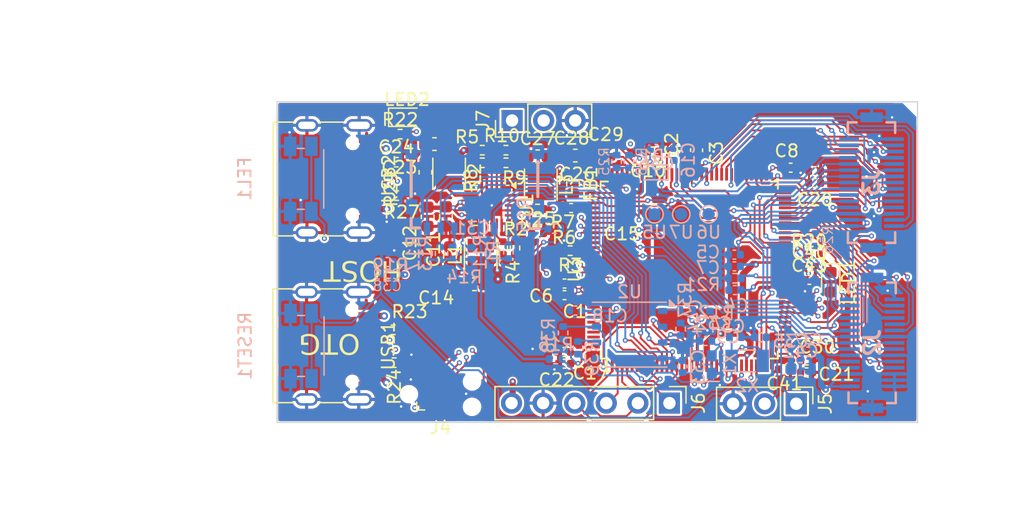
<source format=kicad_pcb>
(kicad_pcb (version 20240108) (generator "pcbnew") (generator_version "8.0")
  (layers (0 "F.Cu" signal "TopLayer") (1 "In1.Cu" signal "Inner1") (2 "In2.Cu" signal "Inner2") (31 "B.Cu" signal "BottomLayer") (34 "B.Paste" user "BottomPasteMaskLayer") (35 "F.Paste" user "TopPasteMaskLayer") (36 "B.SilkS" user "BottomSilkLayer") (37 "F.SilkS" user "TopSilkLayer") (38 "B.Mask" user "BottomSolderMaskLayer") (39 "F.Mask" user "TopSolderMaskLayer") (44 "Edge.Cuts" user "BoardOutLine"))
  (net 0 "")
  (net 1 "Net-(U3-HPOUTFB)")
  (net 2 "Net-(U1-EN3)")
  (net 3 "Net-(U3-VRA1)")
  (net 4 "Net-(U3-VRA2)")
  (net 5 "3V3")
  (net 6 "/X32KOUT")
  (net 8 "/DXOUT")
  (net 9 "/DXIN")
  (net 10 "/X32KIN")
  (net 11 "/TP-Y1")
  (net 12 "/TP-X2")
  (net 13 "/TP-X1")
  (net 14 "GND")
  (net 16 "/TP-Y2")
  (net 17 "1V8")
  (net 18 "/SDC0_D1")
  (net 19 "/SDC0_D3")
  (net 20 "/SDC0_D0")
  (net 21 "/SDC0_CLK")
  (net 22 "/SDC0_CMD")
  (net 23 "/SDC0_D2")
  (net 24 "/SDC0_CD")
  (net 25 "Net-(U1-SW1)")
  (net 26 "Net-(U1-SW2)")
  (net 27 "Net-(U1-SW3)")
  (net 28 "Net-(LED1-Pad1)")
  (net 29 "Net-(LED2-Pad1)")
  (net 30 "Net-(U1-FB1)")
  (net 31 "Net-(U3-NC0)")
  (net 32 "Net-(U1-FB2)")
  (net 33 "Net-(U1-FB3)")
  (net 34 "/SPI0_CS")
  (net 35 "/RST")
  (net 36 "Net-(U3-DZQ)")
  (net 37 "Net-(USB1-CC1)")
  (net 38 "Net-(USB1-CC2)")
  (net 39 "Net-(USB2-CC1)")
  (net 40 "Net-(USB2-CC2)")
  (net 41 "VBUS")
  (net 42 "0V9")
  (net 43 "/SPI0_D2")
  (net 44 "/SPI0_D3")
  (net 45 "/SPI0_CLK")
  (net 46 "Net-(U3-PC2)")
  (net 47 "/SPI0_D0")
  (net 48 "/SPI0_D1")
  (net 49 "/PE8")
  (net 50 "/PE0")
  (net 51 "/D1+")
  (net 52 "/PE11")
  (net 53 "/PE9")
  (net 54 "/LCD_D0")
  (net 55 "/LCD_D1")
  (net 56 "/PE10")
  (net 57 "/LCD_D16")
  (net 58 "/LCD_D9")
  (net 59 "/D0-")
  (net 60 "/D0+")
  (net 61 "/HPOUTR")
  (net 62 "/HPOUTL")
  (net 63 "/LCD_D17")
  (net 64 "/D1-")
  (net 65 "/PE1")
  (net 66 "/LCD_D8")
  (net 69 "1V8_DRAM")
  (net 82 "1V8A")
  (net 83 "Net-(U3-LDOB-OUT)")
  (net 84 "Net-(U3-PF2)")
  (net 86 "GPADC0")
  (net 87 "Net-(J2-Pad9)")
  (net 88 "Net-(J2-Pad21)")
  (net 89 "Net-(J3-Pad21)")
  (net 90 "/LCD_D5")
  (net 91 "/LCD_D12")
  (net 92 "/LCD_D2")
  (net 93 "/LCD_D4")
  (net 94 "/LCD_D6")
  (net 95 "/LCD_D11")
  (net 96 "/LCD_D3")
  (net 97 "/LCD_D7")
  (net 98 "/LCD_D10")
  (net 99 "/LCD_PWM")
  (net 100 "/SCK2")
  (net 101 "/SDA2")
  (net 102 "/LCD_D13")
  (net 103 "/LCD_D22")
  (net 104 "/LCD_VSYNC")
  (net 105 "/SDA")
  (net 106 "/LCD_D19")
  (net 107 "/LCD_D21")
  (net 108 "/LCD_CLK")
  (net 109 "/SCK")
  (net 110 "/LCD_DE")
  (net 111 "/LCD_D20")
  (net 112 "/LCD_HSYNC")
  (net 113 "/LCD_D18")
  (net 114 "/LCD_D14")
  (net 115 "/LCD_D15")
  (net 116 "/LCD_D23")
  (net 127 "/CTS1")
  (net 128 "/RX1")
  (net 129 "/TX1")
  (net 130 "/RTS1")
  (net 133 "/JTAG_TDO")
  (net 134 "/JTAG_TMS")
  (net 135 "/JTAG_TCK")
  (net 136 "/JTAG_TDI")
  (footprint "Capacitor_SMD:C_0402_1005Metric" (layer "F.Cu") (at 86.311 110.8333 180)
    (property "Reference" "C17")
    (property "Value" "0.1uF")
  )
  (footprint "Resistor_SMD:R_0402_1005Metric" (layer "F.Cu") (at 82.328722 102.4637 -90)
    (property "Reference" "R4")
    (property "Value" "150k 1%")
  )
  (footprint "Inductor_SMD:L_0603_1608Metric" (layer "F.Cu") (at 87 97.3 -90)
    (property "Reference" "FB1")
    (property "Value" "SZ1608K601TF")
  )
  (footprint "Resistor_SMD:R_0402_1005Metric" (layer "F.Cu") (at 72.808722 98.246572 180)
    (property "Reference" "R27")
    (property "Value" "5K1")
  )
  (footprint "Capacitor_SMD:C_0603_1608Metric" (layer "F.Cu") (at 79.064 105.385)
    (property "Reference" "C13" (hide yes))
    (property "Value" "10u")
  )
  (footprint "Capacitor_SMD:C_0402_1005Metric" (layer "F.Cu") (at 86.311 106.2613 180)
    (property "Reference" "C1")
    (property "Value" "0.1uF")
  )
  (footprint "Capacitor_SMD:C_0402_1005Metric" (layer "F.Cu") (at 106.428722 97.226472)
    (property "Reference" "C20")
    (property "Value" "0.1uF")
  )
  (footprint "Capacitor_SMD:C_0402_1005Metric" (layer "F.Cu") (at 84.1444 101.276472)
    (property "Reference" "C25")
    (property "Value" "0.1uF")
  )
  (footprint "Capacitor_SMD:C_0603_1608Metric" (layer "F.Cu") (at 76.778 99.924 90)
    (property "Reference" "C11")
    (property "Value" "10u")
  )
  (footprint "Inductor_SMD:L_Cenker_CKCS201610" (layer "F.Cu") (at 84.4054 97.3721 -90)
    (property "Reference" "L3")
    (property "Value" "1.5uH")
  )
  (footprint "Resistor_SMD:R_0402_1005Metric" (layer "F.Cu") (at 81.3485 102.4637 -90)
    (property "Reference" "R2")
    (property "Value" "680k 1%")
  )
  (footprint "Package_DFN_QFN:WQFN-20-1EP_3x3mm_P0.4mm_EP1.7x1.7mm" (layer "F.Cu") (at 80.4608 99.0352 -90)
    (property "Reference" "U1")
    (property "Value" "EA3036A")
  )
  (footprint "Connector_PinHeader_2.54mm:PinHeader_1x03_P2.54mm_Vertical" (layer "F.Cu") (at 82.0928 92.202 90)
    (property "Reference" "J7")
    (property "Value" "Conn_01x03")
  )
  (footprint "Capacitor_SMD:C_0603_1608Metric" (layer "F.Cu") (at 75.127 96.368 90)
    (property "Reference" "C23")
    (property "Value" "10u")
  )
  (footprint "Capacitor_SMD:C_0402_1005Metric" (layer "F.Cu") (at 93.4 94.7 180)
    (property "Reference" "C10")
    (property "Value" "0.1uF")
  )
  (footprint "Resistor_SMD:R_0402_1005Metric" (layer "F.Cu") (at 72.605922 111.692572)
    (property "Reference" "R24")
    (property "Value" "5K1")
  )
  (footprint "Connector_USB:USB_C_Receptacle_G-Switch_GT-USB-7010ASV" (layer "F.Cu") (at 66.675 96.9101 -90)
    (property "Reference" "USB2")
    (property "Value" "~")
  )
  (footprint "Capacitor_SMD:C_0402_1005Metric" (layer "F.Cu") (at 104.5 96)
    (property "Reference" "C8")
    (property "Value" "0.1uF")
  )
  (footprint "Capacitor_SMD:C_0402_1005Metric" (layer "F.Cu") (at 106.4278 96.2791)
    (property "Reference" "C19" (hide yes))
    (property "Value" "0.1uF")
  )
  (footprint "Capacitor_SMD:C_0402_1005Metric" (layer "F.Cu") (at 89.628722 94.176472 180)
    (property "Reference" "C29")
    (property "Value" "0.47u")
  )
  (footprint "Capacitor_SMD:C_0402_1005Metric" (layer "F.Cu") (at 103.9935 112.2292 180)
    (property "Reference" "C41")
    (property "Value" "0.1uF")
  )
  (footprint "Resistor_SMD:R_0402_1005Metric" (layer "F.Cu") (at 79.6975 95.6057 180)
    (property "Reference" "R8")
    (property "Value" "150k 1%")
  )
  (footprint "Resistor_SMD:R_0402_1005Metric" (layer "F.Cu") (at 81.6025 95.6057 180)
    (property "Reference" "R9")
    (property "Value" "75k 1%")
  )
  (footprint "Resistor_SMD:R_0402_1005Metric" (layer "F.Cu") (at 72.532 109.0529 180)
    (property "Reference" "R23")
    (property "Value" "5K1")
  )
  (footprint "LED_SMD:LED_0603_1608Metric" (layer "F.Cu") (at 107.72 105.22 -90)
    (property "Reference" "LED1")
    (property "Value" "LED-0603_BLUE")
  )
  (footprint "Capacitor_SMD:C_0603_1608Metric" (layer "F.Cu") (at 75.303722 99.951472 90)
    (property "Reference" "C12")
    (property "Value" "0.1u")
  )
  (footprint "Capacitor_SMD:C_0402_1005Metric" (layer "F.Cu") (at 86.8444 99.2509)
    (property "Reference" "C15")
    (property "Value" "0.1u")
  )
  (footprint "Capacitor_SMD:C_0402_1005Metric" (layer "F.Cu") (at 96.09 94.5773 90)
    (property "Reference" "C2")
    (property "Value" "0.1uF")
  )
  (footprint "Resistor_SMD:R_0402_1005Metric" (layer "F.Cu") (at 84.1451 100.3047 180)
    (property "Reference" "R6")
    (property "Value" "100k")
  )
  (footprint "Resistor_SMD:R_0402_1005Metric" (layer "F.Cu") (at 81.6025 94.5897 180)
    (property "Reference" "R10")
    (property "Value" "150k 1%")
  )
  (footprint "Connector_PinHeader_2.54mm:PinHeader_1x06_P2.54mm_Vertical" (layer "F.Cu") (at 94.75 114.95 -90)
    (property "Reference" "J6")
    (property "Value" "Conn_01x6_Male")
  )
  (footprint "Capacitor_SMD:C_0402_1005Metric" (layer "F.Cu") (at 86.318722 111.776472 180)
    (property "Reference" "C22")
    (property "Value" "0.1uF")
  )
  (footprint "Capacitor_SMD:C_0603_1608Metric" (layer "F.Cu") (at 87.178722 95.026472 180)
    (property "Reference" "C26")
    (property "Value" "10u")
  )
  (footprint "Capacitor_SMD:C_0603_1608Metric" (layer "F.Cu") (at 77.1 103.15 -90)
    (property "Reference" "C14")
    (property "Value" "0.1u")
  )
  (footprint "Capacitor_SMD:C_0402_1005Metric" (layer "F.Cu") (at 97.0552 94.6027 90)
    (property "Reference" "C3")
    (property "Value" "0.1uF")
  )
  (footprint "Connector_PinHeader_2.54mm:PinHeader_1x03_P2.54mm_Vertical" (layer "F.Cu") (at 104.95 115 -90)
    (property "Reference" "J5")
    (property "Value" "Conn_01x03")
  )
  (footprint "Resistor_SMD:R_0402_1005Metric" (layer "F.Cu") (at 73.09 93.3)
    (property "Reference" "R22")
    (property "Value" "5k1")
  )
  (footprint "Library:TQFP-128_14x14mm_P0.4mm_with_GND_pad" (layer "F.Cu") (at 96.347607 104.23453 90)
    (property "Reference" "U3")
    (property "Value" "D1s-eLQFP128")
  )
  (footprint "Resistor_SMD:R_0402_1005Metric" (layer "F.Cu") (at 79.6975 94.5897 180)
    (property "Reference" "R5")
    (property "Value" "300k 1%")
  )
  (footprint "Capacitor_SMD:C_0603_1608Metric" (layer "F.Cu") (at 84.1516 95.0853)
    (property "Reference" "C27")
    (property "Value" "0.1u")
  )
  (footprint "Capacitor_SMD:C_0603_1608Metric" (layer "F.Cu") (at 75.853722 94.101472 180)
    (property "Reference" "C24")
    (property "Value" "0.1u")
  )
  (footprint "LED_SMD:LED_0603_1608Metric" (layer "F.Cu") (at 73.6501 91.94)
    (property "Reference" "LED2")
    (property "Value" "LED-0603_ORANGE")
  )
  (footprint "Connector:Tag-Connect_TC2030-IDC-NL_2x03_P1.27mm_Vertical" (layer "F.Cu") (at 76.335 114.23)
    (property "Reference" "J4")
    (property "Value" "JTAG")
  )
  (footprint "Capacitor_SMD:C_0402_1005Metric" (layer "F.Cu") (at 105.778722 112.476472)
    (property "Reference" "C21")
    (property "Value" "0.1uF")
  )
  (footprint "Resistor_SMD:R_0402_1005Metric" (layer "F.Cu") (at 106.3 102.99 180)
    (property "Reference" "R20")
    (property "Value" "5k1")
  )
  (footprint "Inductor_SMD:L_Cenker_CKCS201610" (layer "F.Cu") (at 77.0318 96.4952 -90)
    (property "Reference" "L2")
    (property "Value" "1.5uH")
  )
  (footprint "Capacitor_SMD:C_0402_1005Metric" (layer "F.Cu") (at 86.311 105.326472 180)
    (property "Reference" "C6")
    (property "Value" "0.1uF")
  )
  (footprint "Capacitor_SMD:C_0402_1005Metric" (layer "F.Cu") (at 105.798722 111.5191 180)
    (property "Reference" "C30")
    (property "Value" "0.1u")
  )
  (footprint "Inductor_SMD:L_Cenker_CKCS201610" (layer "F.Cu") (at 79.5718 102.9722 90)
    (property "Reference" "L1")
    (property "Value" "1.5uH")
  )
  (footprint "Capacitor_SMD:C_0402_1005Metric" (layer "F.Cu") (at 89.628722 95.126472 180)
    (property "Reference" "C28")
    (property "Value" "0.47u")
  )
  (footprint "Resistor_SMD:R_0402_1005Metric" (layer "F.Cu") (at 86.7664 102.6796 180)
    (property "Reference" "R3")
    (property "Value" "1k")
  )
  (footprint "Resistor_SMD:R_0402_1005Metric" (layer "F.Cu") (at 84.1425 99.326472 180)
    (property "Reference" "R7")
    (property "Value" "100k")
  )
  (footprint "Capacitor_SMD:C_0402_1005Metric" (layer "F.Cu") (at 106.008722 103.976472)
    (property "Reference" "C40")
    (property "Value" "0.1uF")
  )
  (footprint "Capacitor_SMD:C_0402_1005Metric" (layer "F.Cu") (at 105.998722 105.026472)
    (property "Reference" "C43")
    (property "Value" "0.1uF")
  )
  (footprint "Resistor_SMD:R_0402_1005Metric" (layer "F.Cu") (at 72.778722 95.556572)
    (property "Reference" "R29")
    (property "Value" "5K1")
  )
  (footprint "Connector_USB:USB_C_Receptacle_G-Switch_GT-USB-7010ASV" (layer "F.Cu") (at 66.641736 110.3342 -90)
    (property "Reference" "USB1")
    (property "Value" "~")
  )
  (footprint "Capacitor_SMD:C_0402_1005Metric" (layer "B.Cu") (at 100 105.85 180)
    (property "Reference" "C4")
    (property "Value" "0.1uF")
  )
  (footprint "Capacitor_SMD:C_0402_1005Metric" (layer "B.Cu") (at 97.67 109.95)
    (property "Reference" "C34")
    (property "Value" "15p")
  )
  (footprint "TestPoint:TestPoint_Pad_D1.0mm" (layer "B.Cu") (at 97.9 99.75)
    (property "Reference" "U6")
    (property "Value" "PAD30")
  )
  (footprint "Project_YuzukiNezha D1s - RISC-V Linux 核心板_2022-01-07_23-15-16:TFCARD 短体 1.5H" (layer "B.Cu") (at 79.5679 96.9631 -90)
    (property "Reference" "J1" (hide yes))
    (property "Value" "TF 1.5H 短体" (hide yes))
  )
  (footprint "Capacitor_SMD:C_0402_1005Metric" (layer "B.Cu") (at 102.05 109.65)
    (property "Reference" "C35")
    (property "Value" "15p")
  )
  (footprint "Button_Switch_SMD:Panasonic_EVQPUJ_EVQPUA" (layer "B.Cu") (at 65.1 96.9 -90)
    (property "Reference" "FEL1")
    (property "Value" "EVQPUJ_EVQPUA")
  )
  (footprint "Capacitor_SMD:C_0402_1005Metric" (layer "B.Cu") (at 87.2 107.5 180)
    (property "Reference" "C18")
    (property "Value" "0.1uF")
  )
  (footprint "Resistor_SMD:R_0402_1005Metric" (layer "B.Cu") (at 81.8 102.8 -90)
    (property "Reference" "R1")
    (property "Value" "47k")
  )
  (footprint "Library:DF12NB3030DP05V51" (layer "B.Cu") (at 111.05 110.1 90)
    (property "Reference" "J2")
    (property "Value" "DF12NB_3.0_-30DS-0.5V_51" (hide yes))
  )
  (footprint "TestPoint:TestPoint_Pad_D1.0mm" (layer "B.Cu") (at 95.7 99.75)
    (property "Reference" "U7")
    (property "Value" "PAD30")
  )
  (footprint "Library:R_0402_1005Metric" (layer "B.Cu") (at 106.5 101.8 90)
    (property "Reference" "R26")
    (property "Value" "10K")
  )
  (footprint "Resistor_SMD:R_0402_1005Metric" (layer "B.Cu") (at 95.65 109 -90)
    (property "Reference" "R37")
    (property "Value" "10k")
  )
  (footprint "Library:R_0402_1005Metric" (layer "B.Cu") (at 90.5 95.5 -90)
    (property "Reference" "R25")
    (property "Value" "105K 1%")
  )
  (footprint "Library:C_0402_1005Metric" (layer "B.Cu") (at 72.0616 104.526472)
    (property "Reference" "C38")
    (property "Value" "10uF")
  )
  (footprint "Crystal:Crystal_SMD_2016-4Pin_2.0x1.6mm" (layer "B.Cu") (at 97.6 111.85 90)
    (property "Reference" "X1")
    (property "Value" "24MHz")
  )
  (footprint "Capacitor_SMD:C_0402_1005Metric" (layer "B.Cu") (at 95.8 112 -90)
    (property "Reference" "C33")
    (property "Value" "15p")
  )
  (footprint "Capacitor_SMD:C_0402_1005Metric" (layer "B.Cu") (at 99.974678 103.944028 180)
    (property "Reference" "C7")
    (property "Value" "0.1uF")
  )
  (footprint "Resistor_SMD:R_0402_1005Metric" (layer "B.Cu") (at 75.3 102.9 -90)
    (property "Reference" "R17")
    (property "Value" "47k")
  )
  (footprint "Capacitor_SMD:C_0402_1005Metric" (layer "B.Cu") (at 100.05 109.65)
    (property "Reference" "C32")
    (property "Value" "15p")
  )
  (footprint "Button_Switch_SMD:Panasonic_EVQPUJ_EVQPUA" (layer "B.Cu") (at 65.125 110.35 -90)
    (property "Reference" "RESET1")
    (property "Value" "EVQPUJ_EVQPUA")
  )
  (footprint "Library:DF12NB3030DP05V51" (layer "B.Cu") (at 111 97.2 90)
    (property "Reference" "J3")
    (property "Value" "DF12NB_3.0_-30DS-0.5V_51" (hide yes))
  )
  (footprint "Resistor_SMD:R_0402_1005Metric" (layer "B.Cu") (at 76.3 102.9 -90)
    (property "Reference" "R13")
    (property "Value" "47k")
  )
  (footprint "Capacitor_SMD:C_0402_1005Metric" (layer "B.Cu") (at 78.9 102.9 90)
    (property "Reference" "C31")
    (property "Value" "1u")
  )
  (footprint "Resistor_SMD:R_0402_1005Metric" (layer "B.Cu") (at 77.3 102.9 90)
    (property "Reference" "R14")
    (property "Value" "47k")
  )
  (footprint "Resistor_SMD:R_0402_1005Metric" (layer "B.Cu") (at 72.05 105.5 180)
    (property "Reference" "R19")
    (property "Value" "10k")
  )
  (footprint "Library:C_0402_1005Metric" (layer "B.Cu") (at 105.9 110.8 180)
    (property "Reference" "C37")
    (property "Value" "0.1uF")
  )
  (footprint "Capacitor_SMD:C_0402_1005Metric" (layer "B.Cu") (at 99.45 108.45)
    (property "Reference" "C9")
    (property "Value" "0.1uF")
  )
  (footprint "Capacitor_SMD:C_0402_1005Metric" (layer "B.Cu") (at 99.974678 103 180)
    (property "Reference" "C5")
    (property "Value" "0.1uF")
  )
  (footprint "Diode_SMD:D_SOD-523" (layer "B.Cu") (at 93.3775 96.3775 180)
    (property "Reference" "D1")
    (property "Value" "MSK4010")
  )
  (footprint "Resistor_SMD:R_0402_1005Metric" (layer "B.Cu") (at 85.6 111.4 180)
    (property "Reference" "R16")
    (property "Value" "33")
  )
  (footprint "Resistor_SMD:R_0402_1005Metric" (layer "B.Cu") (at 86.2 109.3 -90)
    (property "Reference" "R38")
    (property "Value" "10k")
  )
  (footprint "Resistor_SMD:R_0402_1005Metric" (layer "B.Cu") (at 85.5 100.9 180)
    (property "Reference" "R15")
    (property "Value" "47k")
  )
  (footprint "Resistor_SMD:R_0402_1005Metric" (layer "B.Cu") (at 100 104.9)
    (property "Reference" "R21")
    (property "Value" "240 1%")
  )
  (footprint "Resistor_SMD:R_0402_1005Metric" (layer "B.Cu") (at 96.1 107.45 180)
    (property "Reference" "R12")
    (property "Value" "10k")
  )
  (footprint "Capacitor_SMD:C_0402_1005Metric" (layer "B.Cu") (at 95.1 94.93 90)
    (property "Reference" "C16")
    (property "Value" "0.1uF")
  )
  (footprint "Capacitor_SMD:C_0402_1005Metric" (layer "B.Cu") (at 93.7 94.5)
    (property "Reference" "C36")
    (property "Value" "0.1uF")
  )
  (footprint "Capacitor_SMD:C_0402_1005Metric" (layer "B.Cu") (at 98 108.02 -90)
    (property "Reference" "C44")
    (property "Value" "0.1uF")
  )
  (footprint "Resistor_SMD:R_0402_1005Metric" (layer "B.Cu") (at 87.4 110.5 90)
    (property "Reference" "R39")
    (property "Value" "33")
  )
  (footprint "TestPoint:TestPoint_Pad_D1.0mm" (layer "B.Cu") (at 93.55 99.75)
    (property "Reference" "U5")
    (property "Value" "PAD30")
  )
  (footprint "Package_SON:WSON-8-1EP_6x5mm_P1.27mm_EP3.4x4mm" (layer "B.Cu") (at 91.5425 109.4375 180)
    (property "Reference" "U2")
    (property "Value" "W25Q32JVZPIQ")
  )
  (footprint "Crystal:Crystal_SMD_3215-2Pin_3.2x1.5mm" (layer "B.Cu") (at 101 111.55)
    (property "Reference" "X2")
    (property "Value" "32.768KHz")
  )
  (footprint "Capacitor_SMD:C_0603_1608Metric" (layer "B.Cu") (at 105.3 112.2 180)
    (property "Reference" "C42")
    (property "Value" "10u")
  )
  (footprint "Resistor_SMD:R_0402_1005Metric" (layer "B.Cu") (at 80.7 102.8 -90)
    (property "Reference" "R11")
    (property "Value" "47k")
  )
  (footprint "Library:C_0402_1005Metric" (layer "B.Cu") (at 72.0616 103.5943)
    (property "Reference" "C39")
    (property "Value" "10uF")
  )
  (footprint "Library:R_0402_1005Metric" (layer "B.Cu") (at 91.5 95.5 90)
    (property "Reference" "R28")
    (property "Value" "105K 1%")
  )
  (gr_line (start 63.2 116.5) (end 63.2 90.7) (stroke (width 0.1)) (layer "Edge.Cuts"))
  (gr_line (start 114.7 116.5) (end 114.7 90.7) (stroke (width 0.1)) (layer "Edge.Cuts"))
  (gr_line (start 63.2 116.5) (end 114.7 116.5) (stroke (width 0.1)) (layer "Edge.Cuts"))
  (gr_line (start 63.2 90.7) (end 114.7 90.7) (stroke (width 0.1)) (layer "Edge.Cuts"))
  (gr_text "HOST" (at 73.253722 103.251472 180) (layer "F.SilkS") (effects (font (size 1.6256 1.6256) (thickness 0.2032)) (justify left bottom)))
  (gr_text "OTG" (at 69.878722 109.126472 180) (layer "F.SilkS") (effects (font (size 1.6256 1.6256) (thickness 0.2032)) (justify left bottom)))
  (segment (start 84.8628 104.5087) (end 84.558 104.2039) (width 0.15) (layer "F.Cu") (net 0))
  (segment (start 84.558 104.2039) (end 84.558 103.8991) (width 0.15) (layer "F.Cu") (net 0))
  (via (at 84.8626 104.5095) (size 0.4) (drill 0.2) (layers "F.Cu" "B.Cu") (net 0))
  (segment (start 87.348828 99.226472) (end 87.3244 99.2509) (width 0.15) (layer "F.Cu") (net 1))
  (segment (start 88.678722 99.226472) (end 87.348828 99.226472) (width 0.15) (layer "F.Cu") (net 1))
  (segment (start 83.6325 99.326472) (end 82.778722 99.326472) (width 0.15) (layer "F.Cu") (net 2))
  (segment (start 83.6351 101.247172) (end 83.6351 99.329072) (width 0.15) (layer "F.Cu") (net 2))
  (segment (start 82.48725 99.035) (end 81.9596 99.035) (width 0.15) (layer "F.Cu") (net 2))
  (segment (start 83.6351 99.329072) (end 83.6325 99.326472) (width 0.15) (layer "F.Cu") (net 2))
  (segment (start 82.778722 99.326472) (end 82.48725 99.035) (width 0.15) (layer "F.Cu") (net 2))
  (segment (start 83.6644 101.276472) (end 83.6351 101.247172) (width 0.15) (layer "F.Cu") (net 2))
  (segment (start 91.7437 95.8448) (end 91.025372 95.126472) (width 0.15) (layer "F.Cu") (net 3))
  (segment (start 91.025372 95.126472) (end 90.108722 95.126472) (width 0.15) (layer "F.Cu") (net 3))
  (segment (start 91.7437 96.5788) (end 91.7437 95.8448) (width 0.15) (layer "F.Cu") (net 3))
  (segment (start 92.507607 95.78953) (end 92.140978 95.78953) (width 0.15) (layer "F.Cu") (net 4))
  (segment (start 92.5438 95.825723) (end 92.507607 95.78953) (width 0.15) (layer "F.Cu") (net 4))
  (segment (start 90.52792 94.176472) (end 90.108722 94.176472) (width 0.15) (layer "F.Cu") (net 4))
  (segment (start 92.5438 96.5788) (end 92.5438 95.825723) (width 0.15) (layer "F.Cu") (net 4))
  (segment (start 92.140978 95.78953) (end 90.52792 94.176472) (width 0.15) (layer "F.Cu") (net 4))
  (segment (start 103.66 96.86) (end 105.58225 96.86) (width 0.15) (layer "F.Cu") (net 5))
  (segment (start 97.747192 97.269985) (end 97.747607 97.26957) (width 0.2) (layer "F.Cu") (net 5))
  (segment (start 95.303603 97.368311) (end 95.347607 97.324307) (width 0.15) (layer "F.Cu") (net 5))
  (segment (start 87.606 110.8333) (end 86.7678 110.8333) (width 0.15) (layer "F.Cu") (net 5))
  (segment (start 80.964687 104.305442) (end 80.964687 104.968035) (width 0.762) (layer "F.Cu") (net 5))
  (segment (start 77.625 104.45) (end 77.1 103.925) (width 0.4572) (layer "F.Cu") (net 5))
  (segment (start 79.5718 105.1917) (end 79.7651 105.385) (width 0.3556) (layer "F.Cu") (net 5))
  (segment (start 97.747607 97.26957) (end 97.747607 96.53453) (width 0.2) (layer "F.Cu") (net 5))
  (segment (start 102.1425 97.234423) (end 102.187607 97.27953) (width 0.15) (layer "F.Cu") (net 5))
  (segment (start 80.529894 103.8003) (end 81.35 102.980194) (width 0.15) (layer "F.Cu") (net 5))
  (segment (start 103.474892 110.03453) (end 104.047607 110.03453) (width 0.15) (layer "F.Cu") (net 5))
  (segment (start 82.14 113.21) (end 82.15 113.2) (width 0.5) (layer "F.Cu") (net 5))
  (segment (start 105.318722 111.5191) (end 104.785322 110.9857) (width 0.15) (layer "F.Cu") (net 5))
  (segment (start 74.72 114.87) (end 74.27 115.32) (width 0.15) (layer "F.Cu") (net 5))
  (segment (start 88.1623 110.4295) (end 88.6932 110.4295) (width 0.15) (layer "F.Cu") (net 5))
  (segment (start 101.347607 111.93453) (end 101.347607 112.852393) (width 0.15) (layer "F.Cu") (net 5))
  (segment (start 103.493777 110.9857) (end 103.302607 110.79453) (width 0.15) (layer "F.Cu") (net 5))
  (segment (start 87.523528 111.776472) (end 86.798722 111.776472) (width 0.15) (layer "F.Cu") (net 5))
  (segment (start 83.6436 103.8991) (end 83.6436 102.9847) (width 0.15) (layer "F.Cu") (net 5))
  (segment (start 102.1425 96.5788) (end 102.1425 97.234423) (width 0.15) (layer "F.Cu") (net 5))
  (segment (start 87.6822 110.9095) (end 87.606 110.8333) (width 0.15) (layer "F.Cu") (net 5))
  (segment (start 103.45 96.65) (end 103.66 96.86) (width 0.15) (layer "F.Cu") (net 5))
  (segment (start 80.590424 104.593772) (end 79.8141 104.593772) (width 0.762) (layer "F.Cu") (net 5))
  (segment (start 102.187607 97.27953) (end 102.77047 97.27953) (width 0.15) (layer "F.Cu") (net 5))
  (segment (start 79.5718 105.1427) (end 79.8141 105.385) (width 0.762) (layer "F.Cu") (net 5))
  (segment (start 82.14 115) (end 82.14 113.21) (width 0.5) (layer "F.Cu") (net 5))
  (segment (start 103.19 96.86) (end 103.24 96.86) (width 0.15) (layer "F.Cu") (net 5))
  (segment (start 85.418722 99.316472) (end 85.408722 99.326472) (width 0.4064) (layer "F.Cu") (net 5))
  (segment (start 103.302607 110.79453) (end 103.302607 110.206815) (width 0.15) (layer "F.Cu") (net 5))
  (segment (start 103.302607 110.206815) (end 103.474892 110.03453) (width 0.15) (layer "F.Cu") (net 5))
  (segment (start 105.318722 112.456472) (end 105.318722 111.5191) (width 0.15) (layer "F.Cu") (net 5))
  (segment (start 79.8141 104.593772) (end 79.8141 105.385) (width 0.762) (layer "F.Cu") (net 5))
  (segment (start 87.6822 111.6178) (end 87.523528 111.776472) (width 0.15) (layer "F.Cu") (net 5))
  (segment (start 105.948722 97.226472) (end 105.9702 97.204994) (width 0.15) (layer "F.Cu") (net 5))
  (segment (start 79.5718 103.8003) (end 78.9221 104.45) (width 0.4572) (layer "F.Cu") (net 5))
  (segment (start 105.298722 112.476472) (end 105.318722 112.456472) (width 0.15) (layer "F.Cu") (net 5))
  (segment (start 85.408722 99.326472) (end 84.6525 99.326472) (width 0.4064) (layer "F.Cu") (net 5))
  (segment (start 75.13 114.87) (end 74.72 114.87) (width 0.15) (layer "F.Cu") (net 5))
  (segment (start 95.347607 97.324307) (end 95.347607 96.53453) (width 0.15) (layer "F.Cu") (net 5))
  (segment (start 103.24 96.86) (end 103.45 96.65) (width 0.15) (layer "F.Cu") (net 5))
  (segment (start 79.5718 103.8003) (end 79.5718 105.1427) (width 0.762) (layer "F.Cu") (net 5))
  (segment (start 102.77047 97.27953) (end 103.19 96.86) (width 0.15) (layer "F.Cu") (net 5))
  (segment (start 80.9182 104.258955) (end 80.964687 104.305442) (width 0.762) (layer "F.Cu") (net 5))
  (segment (start 80.964687 104.968035) (end 80.590424 104.593772) (width 0.762) (layer "F.Cu") (net 5))
  (segment (start 78.9221 104.45) (end 77.625 104.45) (width 0.4572) (layer "F.Cu") (net 5))
  (segment (start 87.6822 110.9095) (end 88.1623 110.4295) (width 0.15) (layer "F.Cu") (net 5))
  (segment (start 79.5718 103.8003) (end 80.529894 103.8003) (width 0.15) (layer "F.Cu") (net 5))
  (segment (start 73.8 93.1) (end 73.6 93.3) (width 0.15) (layer "F.Cu") (net 5))
  (segment (start 87.6822 110.9095) (end 87.6822 111.6178) (width 0.15) (layer "F.Cu") (net 5))
  (segment (start 105.9702 97.204994) (end 105.9702 96.2791) (width 0.15) (layer "F.Cu") (net 5))
  (segment (start 101.347607 112.852393) (end 101.3 112.9) (width 0.15) (layer "F.Cu") (net 5))
  (segment (start 104.4462 110.9857) (end 104.4462 110.9857) (width 0.15) (layer "F.Cu") (net 5))
  (segment (start 105.58225 96.86) (end 105.948722 97.226472) (width 0.15) (layer "F.Cu") (net 5))
  (segment (start 105.9702 96.2791) (end 105.9702 96.2791) (width 0.15) (layer "F.Cu") (net 5))
  (segment (start 88.1115 110.4803) (end 87.6822 110.9095) (width 0.15) (layer "F.Cu") (net 5))
  (segment (start 87.6822 110.9095) (end 87.6822 110.9095) (width 0.15) (layer "F.Cu") (net 5))
  (segment (start 81.35 102.980194) (end 81.35 102.9212) (width 0.15) (layer "F.Cu") (net 5))
  (segment (start 80.964687 104.968035) (end 80.928722 105.004) (width 0.762) (layer "F.Cu") (net 5))
  (segment (start 83.6436 102.9847) (end 84.6342 101.9941) (width 0.15) (layer "F.Cu") (net 5))
  (segment (start 74.4 93.1) (end 73.8 93.1) (width 0.15) (layer "F.Cu") (net 5))
  (segment (start 104.785322 110.9857) (end 103.493777 110.9857) (width 0.15) (layer "F.Cu") (net 5))
  (via (at 107.325 113.875) (size 0.4) (drill 0.2) (layers "F.Cu" "B.Cu") (net 5))
  (via (at 101.3 112.9) (size 0.4) (drill 0.2) (layers "F.Cu" "B.Cu") (net 5))
  (via (at 97.345674 108.195674) (size 0.4) (drill 0.2) (layers "F.Cu" "B.Cu") (net 5))
  (via (at 82.15 113.2) (size 0.4) (drill 0.2) (layers "F.Cu" "B.Cu") (net 5))
  (via (at 78.15 102.05) (size 0.4) (drill 0.2) (layers "F.Cu" "B.Cu") (net 5))
  (via (at 80.964687 104.968035) (size 0.4) (drill 0.2) (layers "F.Cu" "B.Cu") (net 5))
  (via (at 80.9182 104.258955) (size 0.4) (drill 0.2) (layers "F.Cu" "B.Cu") (net 5))
  (via (at 110.653486 100.45) (size 0.4) (drill 0.2) (layers "F.Cu" "B.Cu") (net 5))
  (via (at 90.482563 107.332563) (size 0.4) (drill 0.2) (layers "F.Cu" "B.Cu") (net 5))
  (via (at 73.5 104.6) (size 0.4) (drill 0.2) (layers "F.Cu" "B.Cu") (net 5))
  (via (at 74.27 115.32) (size 0.4) (drill 0.2) (layers "F.Cu" "B.Cu") (net 5))
  (via (at 78.05 104.45) (size 0.4) (drill 0.2) (layers "F.Cu" "B.Cu") (net 5))
  (via (at 85.418722 99.316472) (size 0.4) (drill 0.2) (layers "F.Cu" "B.Cu") (net 5))
  (via (at 103.45 96.65) (size 0.4) (drill 0.2) (layers "F.Cu" "B.Cu") (net 5))
  (via (at 97.747192 97.269985) (size 0.4) (drill 0.2) (layers "F.Cu" "B.Cu") (net 5))
  (via (at 84.634 101.9949) (size 0.4) (drill 0.2) (layers "F.Cu" "B.Cu") (net 5))
  (via (at 74.4 93.1) (size 0.4) (drill 0.2) (layers "F.Cu" "B.Cu") (net 5))
  (via (at 104.446 110.9865) (size 0.4) (drill 0.2) (layers "F.Cu" "B.Cu") (net 5))
  (via (at 87.4 111.75) (size 0.4) (drill 0.2) (layers "F.Cu" "B.Cu") (net 5))
  (via (at 95.303603 97.368311) (size 0.4) (drill 0.2) (layers "F.Cu" "B.Cu") (net 5))
  (segment (start 78.15 102.05) (end 78.15 100.8999) (width 0.2) (layer "B.Cu") (net 5))
  (segment (start 106.38 110.8) (end 106.38 110.63) (width 0.5) (layer "B.Cu") (net 5))
  (segment (start 95.93 108.77) (end 95.65 108.49) (width 0.2) (layer "B.Cu") (net 5))
  (segment (start 110.653486 100.45) (end 110.403486 100.2) (width 0.2) (layer "B.Cu") (net 5))
  (segment (start 106.95 111.37) (end 106.38 110.8) (width 0.5) (layer "B.Cu") (net 5))
  (segment (start 85.463526 101.9949) (end 86.01 101.448426) (width 0.15) (layer "B.Cu") (net 5))
  (segment (start 78.9 102.5) (end 78.9 102.42) (width 0.2) (layer "B.Cu") (net 5))
  (segment (start 80.9182 103.5282) (end 80.7 103.31) (width 0.2) (layer "B.Cu") (net 5))
  (segment (start 88.88 107.5325) (end 87.7125 107.5325) (width 0.2) (layer "B.Cu") (net 5))
  (segment (start 80.7 103.31) (end 81.8 103.31) (width 0.2) (layer "B.Cu") (net 5))
  (segment (start 107.325 113.875) (end 106.95 113.5) (width 0.5) (layer "B.Cu") (net 5))
  (segment (start 106.38 110.63) (end 105.82 110.07) (width 0.5) (layer "B.Cu") (net 5))
  (segment (start 107.325 113.875) (end 108.1 113.1) (width 0.2) (layer "B.Cu") (net 5))
  (segment (start 72.56 105.5) (end 72.56 104.6) (width 0.5) (layer "B.Cu") (net 5))
  (segment (start 106.95 113.5) (end 106.95 111.37) (width 0.5) (layer "B.Cu") (net 5))
  (segment (start 86.835 110.445) (end 86.835 111.306144) (width 0.15) (layer "B.Cu") (net 5))
  (segment (start 105.03 110.07) (end 104.446 110.654) (width 0.5) (layer "B.Cu") (net 5))
  (segment (start 107.09 100.7) (end 106.5 101.29) (width 0.15) (layer "B.Cu") (net 5))
  (segment (start 87.7125 107.5325) (end 87.68 107.5) (width 0.2) (layer "B.Cu") (net 5))
  (segment (start 78.15 102.56) (end 77.3 103.41) (width 0.2) (layer "B.Cu") (net 5))
  (segment (start 78.15 100.8999) (end 78.1503 100.8996) (width 0.2) (layer "B.Cu") (net 5))
  (segment (start 104.525 112.2) (end 104.525 111.0655) (width 0.5) (layer "B.Cu") (net 5))
  (segment (start 95.3 97.371914) (end 95.303603 97.368311) (width 0.15) (layer "B.Cu") (net 5))
  (segment (start 104.525 111.0655) (end 104.446 110.9865) (width 0.5) (layer "B.Cu") (net 5))
  (segment (start 86.2 109.81) (end 86.835 110.445) (width 0.15) (layer "B.Cu") (net 5))
  (segment (start 97.345674 108.185674) (end 96.61 107.45) (width 0.2) (layer "B.Cu") (net 5))
  (segment (start 107.325 113.875) (end 107.6 113.6) (width 0.2) (layer "B.Cu") (net 5))
  (segment (start 77.3 103.41) (end 75.3 103.41) (width 0.2) (layer "B.Cu") (net 5))
  (segment (start 90.282626 107.5325) (end 88.88 107.5325) (width 0.2) (layer "B.Cu") (net 5))
  (segment (start 109.2 100.7) (end 107.09 100.7) (width 0.15) (layer "B.Cu") (net 5))
  (segment (start 110.653486 100.45) (end 110.403486 100.7) (width 0.2) (layer "B.Cu") (net 5))
  (segment (start 95.3 97.45) (end 95.3 95.61) (width 0.15) (layer "B.Cu") (net 5))
  (segment (start 108.1 113.1) (end 109.25 113.1) (width 0.2) (layer "B.Cu") (net 5))
  (segment (start 84.634 101.9949) (end 85.463526 101.9949) (width 0.15) (layer "B.Cu") (net 5))
  (segment (start 95.3 95.61) (end 95.1 95.41) (width 0.15) (layer "B.Cu") (net 5))
  (segment (start 72.56 104.6) (end 73.5 104.6) (width 0.5) (layer "B.Cu") (net 5))
  (segment (start 86.01 101.448426) (end 86.01 100.9) (width 0.15) (layer "B.Cu") (net 5))
  (segment (start 96.771348 108.77) (end 95.93 108.77) (width 0.2) (layer "B.Cu") (net 5))
  (segment (start 78.15 102.05) (end 78.15 102.56) (width 0.2) (layer "B.Cu") (net 5))
  (segment (start 110.403486 100.2) (end 109.263486 100.2) (width 0.2) (layer "B.Cu") (net 5))
  (segment (start 78.05 104.45) (end 78.05 104.16) (width 0.2) (layer "B.Cu") (net 5))
  (segment (start 86.835 111.306144) (end 87.278856 111.75) (width 0.15) (layer "B.Cu") (net 5))
  (segment (start 78.05 104.16) (end 77.3 103.41) (width 0.2) (layer "B.Cu") (net 5))
  (segment (start 72.5416 104.526472) (end 72.5416 103.5943) (width 0.5) (layer "B.Cu") (net 5))
  (segment (start 105.82 110.07) (end 105.03 110.07) (width 0.5) (layer "B.Cu") (net 5))
  (segment (start 87.278856 111.75) (end 87.4 111.75) (width 0.15) (layer "B.Cu") (net 5))
  (segment (start 95.3 97.45) (end 95.3 97.371914) (width 0.15) (layer "B.Cu") (net 5))
  (segment (start 80.9182 104.258955) (end 80.9182 103.5282) (width 0.2) (layer "B.Cu") (net 5))
  (segment (start 104.446 110.654) (end 104.446 110.9865) (width 0.5) (layer "B.Cu") (net 5))
  (segment (start 90.482563 107.332563) (end 90.282626 107.5325) (width 0.2) (layer "B.Cu") (net 5))
  (segment (start 78.15 102.05) (end 78.1503 102.0497) (width 0.15) (layer "B.Cu") (net 5))
  (segment (start 104.325 111.1075) (end 104.446 110.9865) (width 0.15) (layer "B.Cu") (net 5))
  (segment (start 78.9 102.42) (end 78.52 102.42) (width 0.2) (layer "B.Cu") (net 5))
  (segment (start 78.52 102.42) (end 78.15 102.05) (width 0.2) (layer "B.Cu") (net 5))
  (segment (start 72.615128 104.6) (end 72.5416 104.526472) (width 0.5) (layer "B.Cu") (net 5))
  (segment (start 97.345674 108.195674) (end 97.345674 108.185674) (width 0.2) (layer "B.Cu") (net 5))
  (segment (start 107.6 113.6) (end 109.25 113.6) (width 0.2) (layer "B.Cu") (net 5))
  (segment (start 110.403486 100.7) (end 109.263486 100.7) (width 0.2) (layer "B.Cu") (net 5))
  (segment (start 97.345674 108.195674) (end 96.771348 108.77) (width 0.2) (layer "B.Cu") (net 5))
  (segment (start 73.5 104.6) (end 72.615128 104.6) (width 0.5) (layer "B.Cu") (net 5))
  (segment (start 99.45 113) (end 99.347607 112.897607) (width 0.15) (layer "F.Cu") (net 6))
  (segment (start 99.347607 112.897607) (end 99.347607 111.93453) (width 0.15) (layer "F.Cu") (net 6))
  (via (at 99.45 113) (size 0.4) (drill 0.2) (layers "F.Cu" "B.Cu") (net 6))
  (segment (start 99.45 113) (end 99.75 112.7) (width 0.15) (layer "B.Cu") (net 6))
  (segment (start 99.75 112.7) (end 99.75 111.55) (width 0.15) (layer "B.Cu") (net 6))
  (segment (start 99.75 109.83) (end 99.57 109.65) (width 0.15) (layer "B.Cu") (net 6))
  (segment (start 99.75 111.55) (end 99.75 109.83) (width 0.15) (layer "B.Cu") (net 6))
  (segment (start 98.32047 112.67953) (end 98.507607 112.67953) (width 0.15) (layer "F.Cu") (net 8))
  (segment (start 97.5 113.5) (end 98.32047 112.67953) (width 0.15) (layer "F.Cu") (net 8))
  (segment (start 98.507607 112.67953) (end 98.547607 112.63953) (width 0.15) (layer "F.Cu") (net 8))
  (segment (start 98.547607 112.63953) (end 98.547607 111.93453) (width 0.15) (layer "F.Cu") (net 8))
  (via (at 97.5 113.5) (size 0.4) (drill 0.2) (layers "F.Cu" "B.Cu") (net 8))
  (segment (start 95.87 112.55) (end 97.05 112.55) (width 0.15) (layer "B.Cu") (net 8))
  (segment (start 97.5 113.5) (end 97.05 113.05) (width 0.15) (layer "B.Cu") (net 8))
  (segment (start 97.05 113.05) (end 97.05 112.55) (width 0.15) (layer "B.Cu") (net 8))
  (segment (start 95.8 112.48) (end 95.87 112.55) (width 0.15) (layer "B.Cu") (net 8))
  (segment (start 98.947607 111.22953) (end 98.947607 111.93453) (width 0.15) (layer "F.Cu") (net 9))
  (segment (start 98.9 110.25) (end 98.9 111.181923) (width 0.15) (layer "F.Cu") (net 9))
  (segment (start 98.9 111.181923) (end 98.947607 111.22953) (width 0.15) (layer "F.Cu") (net 9))
  (via (at 98.9 110.25) (size 0.4) (drill 0.2) (layers "F.Cu" "B.Cu") (net 9))
  (segment (start 98.9 110.25) (end 98.45 110.25) (width 0.15) (layer "B.Cu") (net 9))
  (segment (start 98.45 110.25) (end 98.2 110) (width 0.15) (layer "B.Cu") (net 9))
  (segment (start 98.15 111) (end 98.15 111.15) (width 0.15) (layer "B.Cu") (net 9))
  (segment (start 98.9 110.25) (end 98.15 111) (width 0.15) (layer "B.Cu") (net 9))
  (segment (start 99.747607 111.214489) (end 99.747607 111.93453) (width 0.15) (layer "F.Cu") (net 10))
  (segment (start 100.6 110.45) (end 100.512096 110.45) (width 0.15) (layer "F.Cu") (net 10))
  (segment (start 100.512096 110.45) (end 99.747607 111.214489) (width 0.15) (layer "F.Cu") (net 10))
  (via (at 100.6 110.45) (size 0.4) (drill 0.2) (layers "F.Cu" "B.Cu") (net 10))
  (segment (start 100.6 110.45) (end 101.85 110.45) (width 0.15) (layer "B.Cu") (net 10))
  (segment (start 102.25 110.85) (end 102.25 111.55) (width 0.15) (layer "B.Cu") (net 10))
  (segment (start 101.85 110.45) (end 102.25 110.85) (width 0.15) (layer "B.Cu") (net 10))
  (segment (start 102.53 110.87) (end 102.53 109.65) (width 0.15) (layer "B.Cu") (net 10))
  (segment (start 102.25 111.55) (end 102.25 111.15) (width 0.15) (layer "B.Cu") (net 10))
  (segment (start 102.25 111.15) (end 102.53 110.87) (width 0.15) (layer "B.Cu") (net 10))
  (segment (start 92.15 102.4) (end 90.58453 100.83453) (width 0.15) (layer "F.Cu") (net 11))
  (segment (start 87.7356 100.8308) (end 87.606 100.6987) (width 0.15) (layer "F.Cu") (net 11))
  (segment (start 92.4 102.4) (end 92.15 102.4) (width 0.15) (layer "F.Cu") (net 11))
  (segment (start 90.58453 100.83453) (end 88.647607 100.83453) (width 0.15) (layer "F.Cu") (net 11))
  (segment (start 88.6932 100.8308) (end 87.7356 100.8308) (width 0.15) (layer "F.Cu") (net 11))
  (via (at 87.6058 100.6995) (size 0.4) (drill 0.2) (layers "F.Cu" "B.Cu") (net 11))
  (via (at 92.4 102.4) (size 0.4) (drill 0.2) (layers "F.Cu" "B.Cu") (net 11))
  (segment (start 99.134904 107.34) (end 103.692548 107.34) (width 0.15) (layer "B.Cu") (net 11))
  (segment (start 105.572548 109.22) (end 106.398248 109.22) (width 0.15) (layer "B.Cu") (net 11))
  (segment (start 107.5557 109.375) (end 107.7807 109.6) (width 0.15) (layer "B.Cu") (net 11))
  (segment (start 106.398248 109.22) (end 106.553248 109.375) (width 0.15) (layer "B.Cu") (net 11))
  (segment (start 92.4 102.4) (end 94.194904 102.4) (width 0.15) (layer "B.Cu") (net 11))
  (segment (start 106.553248 109.375) (end 107.5557 109.375) (width 0.15) (layer "B.Cu") (net 11))
  (segment (start 103.692548 107.34) (end 105.572548 109.22) (width 0.15) (layer "B.Cu") (net 11))
  (segment (start 94.194904 102.4) (end 99.134904 107.34) (width 0.15) (layer "B.Cu") (net 11))
  (segment (start 107.7807 109.6) (end 109.25 109.6) (width 0.15) (layer "B.Cu") (net 11))
  (segment (start 107.805 108.9) (end 106.75 108.9) (width 0.15) (layer "F.Cu") (net 12))
  (segment (start 87.606 99.9367) (end 87.606 100.045225) (width 0.15) (layer "F.Cu") (net 12))
  (segment (start 108.005 108.7) (end 107.805 108.9) (width 0.15) (layer "F.Cu") (net 12))
  (segment (start 87.606 100.045225) (end 87.990275 100.4295) (width 0.15) (layer "F.Cu") (net 12))
  (segment (start 87.990275 100.4295) (end 88.6932 100.4295) (width 0.15) (layer "F.Cu") (net 12))
  (segment (start 90.93453 100.43453) (end 88.647607 100.43453) (width 0.15) (layer "F.Cu") (net 12))
  (segment (start 92.2 101.7) (end 90.93453 100.43453) (width 0.15) (layer "F.Cu") (net 12))
  (via (at 92.2 101.7) (size 0.4) (drill 0.2) (layers "F.Cu" "B.Cu") (net 12))
  (via (at 106.75 108.9) (size 0.4) (drill 0.2) (layers "F.Cu" "B.Cu") (net 12))
  (via (at 87.662247 99.992947) (size 0.4) (drill 0.2) (layers "F.Cu" "B.Cu") (net 12))
  (via (at 108.005 108.7) (size 0.4) (drill 0.2) (layers "F.Cu" "B.Cu") (net 12))
  (segment (start 106.75 108.9) (end 105.705096 108.9) (width 0.15) (layer "B.Cu") (net 12))
  (segment (start 103.825096 107.02) (end 99.267452 107.02) (width 0.15) (layer "B.Cu") (net 12))
  (segment (start 87.606 99.9367) (end 87.718494 99.9367) (width 0.15) (layer "B.Cu") (net 12))
  (segment (start 108.005 108.395) (end 108.3 108.1) (width 0.15) (layer "B.Cu") (net 12))
  (segment (start 99.267452 107.02) (end 93.947452 101.7) (width 0.15) (layer "B.Cu") (net 12))
  (segment (start 108.3 108.1) (end 109.25 108.1) (width 0.15) (layer "B.Cu") (net 12))
  (segment (start 105.705096 108.9) (end 103.825096 107.02) (width 0.15) (layer "B.Cu") (net 12))
  (segment (start 108.005 108.7) (end 108.005 108.395) (width 0.15) (layer "B.Cu") (net 12))
  (segment (start 93.947452 101.7) (end 92.2 101.7) (width 0.15) (layer "B.Cu") (net 12))
  (segment (start 92.3 101) (end 91.3307 100.0307) (width 0.15) (layer "F.Cu") (net 13))
  (segment (start 91.3307 100.0307) (end 88.6932 100.0307) (width 0.15) (layer "F.Cu") (net 13))
  (segment (start 105.95 108.25) (end 106.125 108.425) (width 0.15) (layer "F.Cu") (net 13))
  (segment (start 108.6 107.4) (end 108.6 106) (width 0.15) (layer "F.Cu") (net 13))
  (segment (start 107.575 108.425) (end 108.6 107.4) (width 0.15) (layer "F.Cu") (net 13))
  (segment (start 106.125 108.425) (end 107.575 108.425) (width 0.15) (layer "F.Cu") (net 13))
  (via (at 105.95 108.25) (size 0.4) (drill 0.2) (layers "F.Cu" "B.Cu") (net 13))
  (via (at 92.3 101) (size 0.4) (drill 0.2) (layers "F.Cu" "B.Cu") (net 13))
  (via (at 108.6 106) (size 0.4) (drill 0.2) (layers "F.Cu" "B.Cu") (net 13))
  (segment (start 92.78697 101.2) (end 92.58697 101) (width 0.15) (layer "B.Cu") (net 13))
  (segment (start 109.25 106.6) (end 109.2 106.6) (width 0.15) (layer "B.Cu") (net 13))
  (segment (start 109.2 106.6) (end 108.6 106) (width 0.15) (layer "B.Cu") (net 13))
  (segment (start 103.970674 106.7) (end 99.4 106.7) (width 0.15) (layer "B.Cu") (net 13))
  (segment (start 99.4 106.7) (end 93.9 101.2) (width 0.15) (layer "B.Cu") (net 13))
  (segment (start 92.58697 101) (end 92.3 101) (width 0.15) (layer "B.Cu") (net 13))
  (segment (start 105.95 108.25) (end 105.520674 108.25) (width 0.15) (layer "B.Cu") (net 13))
  (segment (start 93.9 101.2) (end 92.78697 101.2) (width 0.15) (layer "B.Cu") (net 13))
  (segment (start 105.520674 108.25) (end 103.970674 106.7) (width 0.15) (layer "B.Cu") (net 13))
  (segment (start 77.1 101.021) (end 77.1 102.375) (width 0.15) (layer "F.Cu") (net 14))
  (segment (start 77.67 114.87) (end 77.73 114.87) (width 0.15) (layer "F.Cu") (net 14))
  (segment (start 85.5 112.115194) (end 85.838722 111.776472) (width 0.2) (layer "F.Cu") (net 14))
  (segment (start 80.461 100.5362) (end 80.461 99.035) (width 0.15) (layer "F.Cu") (net 14))
  (segment (start 79.6608 98.024194) (end 79.6858 98.049194) (width 0.15) (layer "F.Cu") (net 14))
  (segment (start 86.5 93.4) (end 87.051472 93.951472) (width 0.15) (layer "F.Cu") (net 14))
  (segment (start 85.838722 111.776472) (end 85.838722 110.841022) (width 0.2) (layer "F.Cu") (net 14))
  (segment (start 85.838722 110.841022) (end 85.831 110.8333) (width 0.2) (layer "F.Cu") (net 14))
  (segment (start 86.2564 101.850696) (end 86.2564 102.6796) (width 0.15) (layer "F.Cu") (net 14))
  (segment (start 88.923722 93.951472) (end 89.148722 94.176472) (width 0.15) (layer "F.Cu") (net 14))
  (segment (start 86.3365 99.2509) (end 86.3365 99.888694) (width 0.15) (layer "F.Cu") (net 14))
  (segment (start 106.2982 95.6695) (end 106.9078 96.2791) (width 0.15) (layer "F.Cu") (net 14))
  (segment (start 87.051472 93.951472) (end 87.603722 93.951472) (width 0.15) (layer "F.Cu") (net 14))
  (segment (start 73.288722 94.703478) (end 73.7367 94.2555) (width 0.15) (layer "F.Cu") (net 14))
  (segment (start 81.2608 100.4977) (end 81.2358 100.4727) (width 0.15) (layer "F.Cu") (net 14))
  (segment (start 105.0301 96) (end 105.3606 95.6695) (width 0.15) (layer "F.Cu") (net 14))
  (segment (start 97.7227 94.1227) (end 98.3 94.7) (width 0.15) (layer "F.Cu") (net 14))
  (segment (start 73.288722 95.556572) (end 73.288722 94.703478) (width 0.15) (layer "F.Cu") (net 14))
  (segment (start 85.682176 101.276472) (end 86.2564 101.850696) (width 0.15) (layer "F.Cu") (net 14))
  (segment (start 104.98 96) (end 105.0301 96) (width 0.15) (layer "F.Cu") (net 14))
  (segment (start 85.948528 93.951472) (end 82.750728 93.951472) (width 0.15) (layer "F.Cu") (net 14))
  (segment (start 73.368322 98.307274) (end 74.290148 99.2291) (width 0.15) (layer "F.Cu") (net 14))
  (segment (start 106.9078 96.2791) (end 106.9078 97.22555) (width 0.15) (layer "F.Cu") (net 14))
  (segment (start 80.461 99.4617) (end 80.461 99.035) (width 0.15) (layer "F.Cu") (net 14))
  (segment (start 87.953722 93.951472) (end 87.603722 93.951472) (width 0.15) (layer "F.Cu") (net 14))
  (segment (start 76.778722 93.951472) (end 76.628722 94.101472) (width 0.15) (layer "F.Cu") (net 14))
  (segment (start 87.953722 95.076472) (end 87.953722 93.951472) (width 0.15) (layer "F.Cu") (net 14))
  (segment (start 85.920494 100.3047) (end 84.6551 100.3047) (width 0.15) (layer "F.Cu") (net 14))
  (segment (start 97.0552 94.1227) (end 97.7227 94.1227) (width 0.15) (layer "F.Cu") (net 14))
  (segment (start 80.0597 100.5362) (end 80.0597 99.8631) (width 0.15) (layer "F.Cu") (net 14))
  (segment (start 79.6608 97.5727) (end 79.6608 98.024194) (width 0.15) (layer "F.Cu") (net 14))
  (segment (start 84.6244 101.276472) (end 85.682176 101.276472) (width 0.15) (layer "F.Cu") (net 14))
  (segment (start 81.2358 99.8102) (end 80.4608 99.0352) (width 0.15) (layer "F.Cu") (net 14))
  (segment (start 83.3766 93.951472) (end 83.3766 95.0853) (width 0.15) (layer "F.Cu") (net 14))
  (segment (start 82.750728 93.951472) (end 76.778722 93.951472) (width 0.15) (layer "F.Cu") (net 14))
  (segment (start 104.98 96.097086) (end 105.297914 96.415) (width 0.15) (layer "F.Cu") (net 14))
  (segment (start 84.6244 100.3354) (end 84.6244 101.276472) (width 0.15) (layer "F.Cu") (net 14))
  (segment (start 82.1125 93.951472) (end 82.750728 93.951472) (width 0.15) (layer "F.Cu") (net 14))
  (segment (start 86.5 93.4) (end 85.948528 93.951472) (width 0.15) (layer "F.Cu") (net 14))
  (segment (start 86.3365 99.888694) (end 85.920494 100.3047) (width 0.15) (layer "F.Cu") (net 14))
  (segment (start 80.0608 98.6352) (end 80.4608 99.0352) (width 0.15) (layer "F.Cu") (net 14))
  (segment (start 73.338722 98.256572) (end 73.338722 98.307274) (width 0.15) (layer "F.Cu") (net 14))
  (segment (start 80.0608 97.5727) (end 80.0608 98.6352) (width 0.15) (layer "F.Cu") (net 14))
  (segment (start 80.0597 99.8631) (end 80.461 99.4617) (width 0.15) (layer "F.Cu") (net 14))
  (segment (start 106.488722 105.111278) (end 106.488722 103.976472) (width 0.2) (layer "F.Cu") (net 14))
  (segment (start 92.1425 96.5788) (end 92.1425 97.726472) (width 0.15) (layer "F.Cu") (net 14))
  (segment (start 80.8623 99.4338) (end 80.461 99.035) (width 0.15) (layer "F.Cu") (net 14))
  (segment (start 81.2358 100.4727) (end 81.2358 99.8102) (width 0.15) (layer "F.Cu") (net 14))
  (segment (start 79.6858 98.2602) (end 80.4608 99.0352) (width 0.15) (layer "F.Cu") (net 14))
  (segment (start 105.3606 95.6695) (end 106.2982 95.6695) (width 0.15) (layer "F.Cu") (net 14))
  (segment (start 82.750728 93.951472) (end 83.3766 93.951472) (width 0.15) (layer "F.Cu") (net 14))
  (segment (start 84.6551 100.3047) (end 84.6244 100.3354) (width 0.15) (layer "F.Cu") (net 14))
  (segment (start 76.778 100.699) (end 77.1 101.021) (width 0.15) (layer "F.Cu") (net 14))
  (segment (start 106.9078 97.22555) (end 106.908722 97.226472) (width 0.15) (layer "F.Cu") (net 14))
  (segment (start 81.2608 97.5727) (end 81.2358 97.5977) (width 0.15) (layer "F.Cu") (net 14))
  (segment (start 81.2358 98.2602) (end 80.4608 99.0352) (width 0.15) (layer "F.Cu") (net 14))
  (segment (start 85.5 112.243) (end 85.5 112.115194) (width 0.2) (layer "F.Cu") (net 14))
  (segment (start 74.360548 100.699) (end 76.778 100.699) (width 0.15) (layer "F.Cu") (net 14))
  (segment (start 77.73 114.87) (end 78.4 114.2) (width 0.15) (layer "F.Cu") (net 14))
  (segment (start 81.2358 97.5977) (end 81.2358 98.2602) (width 0.15) (layer "F.Cu") (net 14))
  (segment (start 105.65 105.95) (end 106.488722 105.111278) (width 0.2) (layer "F.Cu") (net 14))
  (segment (start 82.1125 94.5897) (end 82.1125 93.951472) (width 0.15) (layer "F.Cu") (net 14))
  (segment (start 81.9596 99.4338) (end 80.8623 99.4338) (width 0.15) (layer "F.Cu") (net 14))
  (segment (start 79.6858 98.049194) (end 79.6858 98.2602) (width 0.15) (layer "F.Cu") (net 14))
  (segment (start 89.148722 94.176472) (end 89.148722 95.126472) (width 0.15) (layer "F.Cu") (net 14))
  (segment (start 87.603722 93.951472) (end 88.923722 93.951472) (width 0.15) (layer "F.Cu") (net 14))
  (segment (start 104.98 96) (end 104.98 96.097086) (width 0.15) (layer "F.Cu") (net 14))
  (via (at 105.297914 96.415) (size 0.4) (drill 0.2) (layers "F.Cu" "B.Cu") (net 14))
  (via (at 105.65 105.95) (size 0.4) (drill 0.2) (layers "F.Cu" "B.Cu") (net 14))
  (via (at 73.95 113.05) (size 0.4) (drill 0.2) (layers "F.Cu" "B.Cu") (net 14))
  (via (at 64.2 93.15) (size 0.4) (drill 0.2) (layers "F.Cu" "B.Cu") (net 14))
  (via (at 86.267941 101.862237) (size 0.4) (drill 0.2) (layers "F.Cu" "B.Cu") (net 14))
  (via (at 111.622497 93.45) (size 0.4) (drill 0.2) (layers "F.Cu" "B.Cu") (net 14))
  (via (at 97.8 109.1) (size 0.4) (drill 0.2) (layers "F.Cu" "B.Cu") (net 14))
  (via (at 79.2 97.6) (size 0.4) (drill 0.2) (layers "F.Cu" "B.Cu") (net 14))
  (via (at 98.3 94.7) (size 0.4) (drill 0.2) (layers "F.Cu" "B.Cu") (net 14))
  (via (at 110.6 96.7) (size 0.4) (drill 0.2) (layers "F.Cu" "B.Cu") (net 14))
  (via (at 85.5 112.243) (size 0.4) (drill 0.2) (layers "F.Cu" "B.Cu") (net 14))
  (via (at 110.7 114) (size 0.4) (drill 0.2) (layers "F.Cu" "B.Cu") (net 14))
  (via (at 72.6175 102.6596) (size 0.4) (drill 0.2) (layers "F.Cu" "B.Cu") (net 14))
  (via (at 64.855458 114.560672) (size 0.4) (drill 0.2) (layers "F.Cu" "B.Cu") (net 14))
  (via (at 73.17 115.22) (size 0.4) (drill 0.2) (layers "F.Cu" "B.Cu") (net 14))
  (via (at 101.2831 108.9) (size 0.4) (drill 0.2) (layers "F.Cu" "B.Cu") (net 14))
  (via (at 72.0137 100.3515) (size 0.4) (drill 0.2) (layers "F.Cu" "B.Cu") (net 14))
  (via (at 83.7427 110.5844) (size 0.4) (drill 0.2) (layers "F.Cu" "B.Cu") (net 14))
  (via (at 74.2939 98.0876) (size 0.4) (drill 0.2) (layers "F.Cu" "B.Cu") (net 14))
  (via (at 112.653486 91.95) (size 0.4) (drill 0.2) (layers "F.Cu" "B.Cu") (net 14))
  (via (at 111.203486 94.75) (size 0.4) (drill 0.2) (layers "F.Cu" "B.Cu") (net 14))
  (via (at 112.3 105.9) (size 0.4) (drill 0.2) (layers "F.Cu" "B.Cu") (net 14))
  (via (at 98.8 113.5) (size 0.4) (drill 0.2) (layers "F.Cu" "B.Cu") (net 14))
  (via (at 78.4 114.2) (size 0.4) (drill 0.2) (layers "F.Cu" "B.Cu") (net 14))
  (via (at 111 98.2) (size 0.4) (drill 0.2) (layers "F.Cu" "B.Cu") (net 14))
  (via (at 73.7367 94.2555) (size 0.4) (drill 0.2) (layers "F.Cu" "B.Cu") (net 14))
  (via (at 80.461 99.035) (size 0.4) (drill 0.2) (layers "F.Cu" "B.Cu") (net 14))
  (via (at 111.2 99.9) (size 0.4) (drill 0.2) (layers "F.Cu" "B.Cu") (net 14))
  (via (at 65.1 98.6) (size 0.4) (drill 0.2) (layers "F.Cu" "B.Cu") (net 14))
  (via (at 86.5 93.4) (size 0.4) (drill 0.2) (layers "F.Cu" "B.Cu") (net 14))
  (via (at 93.75 100.65) (size 0.4) (drill 0.2) (layers "F.Cu" "B.Cu") (net 14))
  (via (at 93.8011 98.1638) (size 0.4) (drill 0.2) (layers "F.Cu" "B.Cu") (net 14))
  (via (at 74 111.05) (size 0.4) (drill 0.2) (layers "F.Cu" "B.Cu") (net 14))
  (via (at 92.1425 97.726472) (size 0.4) (drill 0.2) (layers "F.Cu" "B.Cu") (net 14))
  (segment (start 112.3 105.9) (end 112.1 105.9) (width 0.15) (layer "B.Cu") (net 14))
  (segment (start 112.85 113.1) (end 113.9 113.1) (width 0.15) (layer "B.Cu") (net 14))
  (segment (start 111.872497 93.7) (end 112.863486 93.7) (width 0.15) (layer "B.Cu") (net 14))
  (segment (start 111.075 99.775) (end 111.2 99.9) (width 0.15) (layer "B.Cu") (net 14))
  (segment (start 112.85 113.6) (end 113.9 113.6) (width 0.15) (layer "B.Cu") (net 14))
  (segment (start 109.2 99.7) (end 109.275 99.775) (width 0.15) (layer "B.Cu") (net 14))
  (segment (start 109.275 99.775) (end 111.075 99.775) (width 0.15) (layer "B.Cu") (net 14))
  (segment (start 112.85 106.6) (end 112.85 106.45) (width 0.15) (layer "B.Cu") (net 14))
  (segment (start 111.063486 91.95) (end 112.653486 91.95) (width 0.15) (layer "B.Cu") (net 14))
  (segment (start 111.9 99.8) (end 111.8 99.9) (width 0.15) (layer "B.Cu") (net 14))
  (segment (start 110.685674 96.785674) (end 112.777812 96.785674) (width 0.15) (layer "B.Cu") (net 14))
  (segment (start 111.622497 93.45) (end 111.872497 93.7) (width 0.15) (layer "B.Cu") (net 14))
  (segment (start 110.7 115) (end 110.7 114) (width 0.2) (layer "B.Cu") (net 14))
  (segment (start 111.8 99.9) (end 111.2 99.9) (width 0.15) (layer "B.Cu") (net 14))
  (segment (start 113.905 112.5) (end 113.905 111.205) (width 0.15) (layer "B.Cu") (net 14))
  (segment (start 111.05 115.35) (end 110.7 115) (width 0.2) (layer "B.Cu") (net 14))
  (segment (start 113.9 113.1) (end 113.905 113.095) (width 0.15) (layer "B.Cu") (net 14))
  (segment (start 97.05 111.15) (end 96.17 111.15) (width 0.15) (layer "B.Cu") (net 14))
  (segment (start 111.653486 95.2) (end 112.863486 95.2) (width 0.15) (layer "B.Cu") (net 14))
  (segment (start 98.045 111.845) (end 98.15 111.95) (width 0.15) (layer "B.Cu") (net 14))
  (segment (start 112.7 99.8) (end 111.9 99.8) (width 0.15) (layer "B.Cu") (net 14))
  (segment (start 97.05 111.15) (end 97.05 110.09) (width 0.15) (layer "B.Cu") (net 14))
  (segment (start 111 98.2) (end 112.863486 98.2) (width 0.15) (layer "B.Cu") (net 14))
  (segment (start 113.905 111.205) (end 113.8 111.1) (width 0.15) (layer "B.Cu") (net 14))
  (segment (start 111.203486 94.75) (end 111.653486 95.2) (width 0.15) (layer "B.Cu") (net 14))
  (segment (start 113.8 111.1) (end 111.91 111.1) (width 0.15) (layer "B.Cu") (net 14))
  (segment (start 113.9 113.6) (end 113.9 112.695) (width 0.15) (layer "B.Cu") (net 14))
  (segment (start 110.6 96.7) (end 110.685674 96.785674) (width 0.15) (layer "B.Cu") (net 14))
  (segment (start 113.905 112.505) (end 113.905 112.5) (width 0.15) (layer "B.Cu") (net 14))
  (segment (start 97.19 111.01) (end 97.05 111.15) (width 0.15) (layer "B.Cu") (net 14))
  (segment (start 112.1 105.9) (end 111.05 104.85) (width 0.15) (layer "B.Cu") (net 14))
  (segment (start 96.17 111.15) (end 95.8 111.52) (width 0.15) (layer "B.Cu") (net 14))
  (segment (start 97.145 111.845) (end 98.045 111.845) (width 0.15) (layer "B.Cu") (net 14))
  (segment (start 112.85 106.45) (end 112.3 105.9) (width 0.15) (layer "B.Cu") (net 14))
  (segment (start 97.05 111.15) (end 97.05 111.75) (width 0.15) (layer "B.Cu") (net 14))
  (segment (start 113.805 112.6) (end 112.85 112.6) (width 0.15) (layer "B.Cu") (net 14))
  (segment (start 113.905 113.095) (end 113.905 112.5) (width 0.15) (layer "B.Cu") (net 14))
  (segment (start 97.05 110.09) (end 97.19 109.95) (width 0.15) (layer "B.Cu") (net 14))
  (segment (start 97.05 111.75) (end 97.145 111.845) (width 0.15) (layer "B.Cu") (net 14))
  (segment (start 112.777812 96.785674) (end 112.863486 96.7) (width 0.15) (layer "B.Cu") (net 14))
  (segment (start 98.15 111.95) (end 98.15 112.55) (width 0.15) (layer "B.Cu") (net 14))
  (segment (start 112.8 99.7) (end 112.7 99.8) (width 0.15) (layer "B.Cu") (net 14))
  (segment (start 92.25 103.1) (end 90.38453 101.23453) (width 0.15) (layer "F.Cu") (net 16))
  (segment (start 87.6848 101.2296) (end 87.606 101.3083) (width 0.15) (layer "F.Cu") (net 16))
  (segment (start 90.38453 101.23453) (end 88.647607 101.23453) (width 0.15) (layer "F.Cu") (net 16))
  (segment (start 88.6932 101.2296) (end 87.6848 101.2296) (width 0.15) (layer "F.Cu") (net 16))
  (segment (start 92.6 103.1) (end 92.25 103.1) (width 0.15) (layer "F.Cu") (net 16))
  (via (at 92.6 103.1) (size 0.4) (drill 0.2) (layers "F.Cu" "B.Cu") (net 16))
  (via (at 87.503722 101.401472) (size 0.4) (drill 0.2) (layers "F.Cu" "B.Cu") (net 16))
  (segment (start 107.550036 111.1) (end 109.25 111.1) (width 0.15) (layer "B.Cu") (net 16))
  (segment (start 94.442356 103.1) (end 99.002356 107.66) (width 0.15) (layer "B.Cu") (net 16))
  (segment (start 103.56 107.66) (end 105.44 109.54) (width 0.15) (layer "B.Cu") (net 16))
  (segment (start 99.002356 107.66) (end 103.56 107.66) (width 0.15) (layer "B.Cu") (net 16))
  (segment (start 105.990036 109.54) (end 107.550036 111.1) (width 0.15) (layer "B.Cu") (net 16))
  (segment (start 105.44 109.54) (end 105.990036 109.54) (width 0.15) (layer "B.Cu") (net 16))
  (segment (start 92.6 103.1) (end 94.442356 103.1) (width 0.15) (layer "B.Cu") (net 16))
  (segment (start 87.606 101.3083) (end 87.3774 101.3083) (width 0.15) (layer "B.Cu") (net 16))
  (segment (start 101.254 110.75653) (end 101 111.01053) (width 0.508) (layer "F.Cu") (net 17))
  (segment (start 101.7 103.8) (end 101.6467 103.7467) (width 0.5) (layer "F.Cu") (net 17))
  (segment (start 97.75 110.10703) (end 97.75 111.01053) (width 0.508) (layer "F.Cu") (net 17))
  (segment (start 100.947607 111.302393) (end 100.947607 111.1) (width 0.2) (layer "F.Cu") (net 17))
  (segment (start 88.0875 97.6) (end 87 96.5125) (width 0.15) (layer "F.Cu") (net 17))
  (segment (start 101.86547 103.63453) (end 104.047607 103.63453) (width 0.2) (layer "F.Cu") (net 17))
  (segment (start 94.05 94.87) (end 93.88 94.7) (width 0.15) (layer "F.Cu") (net 17))
  (segment (start 97.75 111.952173) (end 97.75 111.247826) (width 0.2) (layer "F.Cu") (net 17))
  (segment (start 103.05 96) (end 104.02 96) (width 0.15) (layer "F.Cu") (net 17))
  (segment (start 101 111.25) (end 100.947607 111.302393) (width 0.2) (layer "F.Cu") (net 17))
  (segment (start 100.35 111.1) (end 100.147607 111.302393) (width 0.2) (layer "F.Cu") (net 17))
  (segment (start 98.85 109.35) (end 98.8591 109.3591) (width 0.508) (layer "F.Cu") (net 17))
  (segment (start 100.147607 111.302393) (end 100.147607 111.93453) (width 0.2) (layer "F.Cu") (net 17))
  (segment (start 91.15225 97.6) (end 88.0875 97.6) (width 0.15) (layer "F.Cu") (net 17))
  (segment (start 101.6467 103.7467) (end 101.477 103.7467) (width 0.5) (layer "F.Cu") (net 17))
  (segment (start 98.8591 109.3591) (end 100.6591 109.3591) (width 0.508) (layer "F.Cu") (net 17))
  (segment (start 101.254 109.954) (end 101.254 110.75653) (width 0.508) (layer "F.Cu") (net 17))
  (segment (start 98.85 109.35) (end 98.8409 109.3591) (width 0.508) (layer "F.Cu") (net 17))
  (segment (start 91.278722 97.726472) (end 91.15225 97.6) (width 0.15) (layer "F.Cu") (net 17))
  (segment (start 101.7 103.8) (end 101.86547 103.63453) (width 0.2) (layer "F.Cu") (net 17))
  (segment (start 100.6591 109.3591) (end 101.254 109.954) (width 0.508) (layer "F.Cu") (net 17))
  (segment (start 98.8409 109.3591) (end 98.49793 109.3591) (width 0.508) (layer "F.Cu") (net 17))
  (segment (start 103.05 96) (end 103.05 96.0726) (width 0.15) (layer "F.Cu") (net 17))
  (segment (start 94.05 95.55) (end 94.05 94.87) (width 0.15) (layer "F.Cu") (net 17))
  (segment (start 103.05 96.0726) (end 102.5438 96.5788) (width 0.15) (layer "F.Cu") (net 17))
  (segment (start 100.6591 109.3591) (end 100.6591 104.5646) (width 0.508) (layer "F.Cu") (net 17))
  (segment (start 101 111.1) (end 101 111.25) (width 0.2) (layer "F.Cu") (net 17))
  (segment (start 98.49793 109.3591) (end 97.75 110.10703) (width 0.508) (layer "F.Cu") (net 17))
  (segment (start 100.947607 111.302393) (end 100.947607 111.93453) (width 0.2) (layer "F.Cu") (net 17))
  (segment (start 100.6591 104.5646) (end 101.477 103.7467) (width 0.508) (layer "F.Cu") (net 17))
  (segment (start 100.947607 111.1) (end 100.35 111.1) (width 0.2) (layer "F.Cu") (net 17))
  (via (at 103.05 96) (size 0.4) (drill 0.2) (layers "F.Cu" "B.Cu") (net 17))
  (via (at 94.05 95.55) (size 0.4) (drill 0.2) (layers "F.Cu" "B.Cu") (net 17))
  (via (at 101 111.1) (size 0.4) (drill 0.2) (layers "F.Cu" "B.Cu") (net 17))
  (via (at 98.85 109.35) (size 0.4) (drill 0.2) (layers "F.Cu" "B.Cu") (net 17))
  (via (at 101.7 103.8) (size 0.4) (drill 0.2) (layers "F.Cu" "B.Cu") (net 17))
  (via (at 91.278722 97.726472) (size 0.4) (drill 0.2) (layers "F.Cu" "B.Cu") (net 17))
  (segment (start 98.85 109.35) (end 98.85 108.57) (width 0.15) (layer "B.Cu") (net 17))
  (segment (start 101.7 103.8) (end 100.598706 103.8) (width 0.2) (layer "B.Cu") (net 17))
  (segment (start 98.85 108.57) (end 98.97 108.45) (width 0.15) (layer "B.Cu") (net 17))
  (segment (start 98.06 107.54) (end 98.97 108.45) (width 0.15) (layer "B.Cu") (net 17))
  (segment (start 100.598706 103.8) (end 100.454678 103.944028) (width 0.2) (layer "B.Cu") (net 17))
  (segment (start 98 107.54) (end 98.06 107.54) (width 0.15) (layer "B.Cu") (net 17))
  (segment (start 92.547607 111.22953) (end 92.547607 111.93453) (width 0.15) (layer "F.Cu") (net 18))
  (segment (start 90.55 110.2) (end 91 110.65) (width 0.15) (layer "F.Cu") (net 18))
  (segment (start 91 110.65) (end 91.968077 110.65) (width 0.15) (layer "F.Cu") (net 18))
  (segment (start 91.968077 110.65) (end 92.547607 111.22953) (width 0.15) (layer "F.Cu") (net 18))
  (via (at 90.55 110.2) (size 0.4) (drill 0.2) (layers "F.Cu" "B.Cu") (net 18))
  (segment (start 84.967452 98.48) (end 84.517452 98.03) (width 0.15) (layer "B.Cu") (net 18))
  (segment (start 88.8 98.860192) (end 88.419808 98.48) (width 0.15) (layer "B.Cu") (net 18))
  (segment (start 81.8 102.29) (end 81.8 100.9491) (width 0.15) (layer "B.Cu") (net 18))
  (segment (start 82.682548 98.03) (end 81.7505 98.962048) (width 0.15) (layer "B.Cu") (net 18))
  (segment (start 90.55 108.45) (end 91.575 107.425) (width 0.15) (layer "B.Cu") (net 18))
  (segment (start 81.7505 98.962048) (end 81.7505 100.8996) (width 0.15) (layer "B.Cu") (net 18))
  (segment (start 90.55 110.2) (end 90.6 110.2) (width 0.15) (layer "B.Cu") (net 18))
  (segment (start 91.575 105.075) (end 88.8 102.3) (width 0.15) (layer "B.Cu") (net 18))
  (segment (start 91.575 107.425) (end 91.575 105.075) (width 0.15) (layer "B.Cu") (net 18))
  (segment (start 88.8 102.3) (end 88.8 98.860192) (width 0.15) (layer "B.Cu") (net 18))
  (segment (start 81.8 100.9491) (end 81.7505 100.8996) (width 0.15) (layer "B.Cu") (net 18))
  (segment (start 84.517452 98.03) (end 82.682548 98.03) (width 0.15) (layer "B.Cu") (net 18))
  (segment (start 90.55 110.2) (end 90.55 108.45) (width 0.15) (layer "B.Cu") (net 18))
  (segment (start 88.419808 98.48) (end 84.967452 98.48) (width 0.15) (layer "B.Cu") (net 18))
  (segment (start 92.436928 109.716254) (end 93.270674 110.55) (width 0.15) (layer "F.Cu") (net 19))
  (segment (start 94.147607 110.947607) (end 94.147607 111.93453) (width 0.15) (layer "F.Cu") (net 19))
  (segment (start 92.436928 109.307399) (end 92.436928 109.716254) (width 0.15) (layer "F.Cu") (net 19))
  (segment (start 93.75 110.55) (end 94.147607 110.947607) (width 0.15) (layer "F.Cu") (net 19))
  (segment (start 93.270674 110.55) (end 93.75 110.55) (width 0.15) (layer "F.Cu") (net 19))
  (via (at 92.436928 109.307399) (size 0.4) (drill 0.2) (layers "F.Cu" "B.Cu") (net 19))
  (segment (start 85.029026 97.07) (end 77.255 97.07) (width 0.15) (layer "B.Cu") (net 19))
  (segment (start 92.535 104.677356) (end 89.76 101.902356) (width 0.15) (layer "B.Cu") (net 19))
  (segment (start 92.436928 109.307399) (end 92.535 109.209327) (width 0.15) (layer "B.Cu") (net 19))
  (segment (start 88.817452 97.52) (end 85.479026 97.52) (width 0.15) (layer "B.Cu") (net 19))
  (segment (start 76.3505 97.9745) (end 76.3505 100.8996) (width 0.15) (layer "B.Cu") (net 19))
  (segment (start 92.535 109.209327) (end 92.535 104.677356) (width 0.15) (layer "B.Cu") (net 19))
  (segment (start 76.3 102.39) (end 76.3 100.9501) (width 0.15) (layer "B.Cu") (net 19))
  (segment (start 89.76 98.462548) (end 88.817452 97.52) (width 0.15) (layer "B.Cu") (net 19))
  (segment (start 77.255 97.07) (end 76.3505 97.9745) (width 0.15) (layer "B.Cu") (net 19))
  (segment (start 89.76 101.902356) (end 89.76 98.462548) (width 0.15) (layer "B.Cu") (net 19))
  (segment (start 85.479026 97.52) (end 85.029026 97.07) (width 0.15) (layer "B.Cu") (net 19))
  (segment (start 76.3 100.9501) (end 76.3505 100.8996) (width 0.15) (layer "B.Cu") (net 19))
  (segment (start 76.3505 101.097952) (end 76.3505 100.8996) (width 0.15) (layer "B.Cu") (net 19))
  (segment (start 91.2 109.9) (end 91.670625 109.9) (width 0.15) (layer "F.Cu") (net 20))
  (segment (start 92.947607 111.176982) (end 92.947607 111.93453) (width 0.15) (layer "F.Cu") (net 20))
  (segment (start 91.670625 109.9) (end 92.947607 111.176982) (width 0.15) (layer "F.Cu") (net 20))
  (via (at 91.2 109.9) (size 0.4) (drill 0.2) (layers "F.Cu" "B.Cu") (net 20))
  (segment (start 91.895 107.655) (end 91.895 104.942452) (width 0.15) (layer "B.Cu") (net 20))
  (segment (start 80.7 100.9492) (end 80.6504 100.8996) (width 0.15) (layer "B.Cu") (net 20))
  (segment (start 89.12 98.727644) (end 89.12 102.167452) (width 0.15) (layer "B.Cu") (net 20))
  (segment (start 89.97 103.017452) (end 90.201274 103.248726) (width 0.15) (layer "B.Cu") (net 20))
  (segment (start 84.65 97.71) (end 85.1 98.16) (width 0.15) (layer "B.Cu") (net 20))
  (segment (start 91.895 104.942452) (end 89.97 103.017452) (width 0.15) (layer "B.Cu") (net 20))
  (segment (start 80.6504 99.6096) (end 82.55 97.71) (width 0.15) (layer "B.Cu") (net 20))
  (segment (start 89.12 102.167452) (end 89.97 103.017452) (width 0.15) (layer "B.Cu") (net 20))
  (segment (start 82.55 97.71) (end 84.65 97.71) (width 0.15) (layer "B.Cu") (net 20))
  (segment (start 80.6504 100.8996) (end 80.6504 99.6096) (width 0.15) (layer "B.Cu") (net 20))
  (segment (start 91.2 109.9) (end 91.2 108.35) (width 0.15) (layer "B.Cu") (net 20))
  (segment (start 80.7 102.29) (end 80.7 100.9492) (width 0.15) (layer "B.Cu") (net 20))
  (segment (start 91.2 108.35) (end 91.895 107.655) (width 0.15) (layer "B.Cu") (net 20))
  (segment (start 88.552356 98.16) (end 89.12 98.727644) (width 0.15) (layer "B.Cu") (net 20))
  (segment (start 85.1 98.16) (end 88.552356 98.16) (width 0.15) (layer "B.Cu") (net 20))
  (segment (start 78.8504 100.8996) (end 78.8504 101.5496) (width 0.15) (layer "B.Cu") (net 21))
  (segment (start 83 111.4) (end 85.09 111.4) (width 0.2) (layer "B.Cu") (net 21))
  (segment (start 78.8504 101.5496) (end 79.6008 102.3) (width 0.15) (layer "B.Cu") (net 21))
  (segment (start 79.6008 102.3) (end 79.6008 108.0008) (width 0.2) (layer "B.Cu") (net 21))
  (segment (start 79.6008 108.0008) (end 83 111.4) (width 0.2) (layer "B.Cu") (net 21))
  (segment (start 91.75 109.45) (end 91.75 109.526827) (width 0.15) (layer "F.Cu") (net 22))
  (segment (start 93.707607 111.89453) (end 93.747607 111.93453) (width 0.15) (layer "F.Cu") (net 22))
  (segment (start 93.43149 110.913413) (end 93.707607 111.18953) (width 0.15) (layer "F.Cu") (net 22))
  (segment (start 91.75 109.526827) (end 93.136586 110.913413) (width 0.15) (layer "F.Cu") (net 22))
  (segment (start 93.136586 110.913413) (end 93.43149 110.913413) (width 0.15) (layer "F.Cu") (net 22))
  (segment (start 93.707607 111.18953) (end 93.707607 111.89453) (width 0.15) (layer "F.Cu") (net 22))
  (via (at 91.75 109.45) (size 0.4) (drill 0.2) (layers "F.Cu" "B.Cu") (net 22))
  (segment (start 77.4503 102.2397) (end 77.3 102.39) (width 0.15) (layer "B.Cu") (net 22))
  (segment (start 80.039326 97.39) (end 79.384326 98.045) (width 0.15) (layer "B.Cu") (net 22))
  (segment (start 92.215 107.787548) (end 92.215 104.809904) (width 0.15) (layer "B.Cu") (net 22))
  (segment (start 77.4503 100.8996) (end 77.4503 102.2397) (width 0.15) (layer "B.Cu") (net 22))
  (segment (start 76.6705 100.1198) (end 77.4503 100.8996) (width 0.15) (layer "B.Cu") (net 22))
  (segment (start 84.896478 97.39) (end 80.039326 97.39) (width 0.15) (layer "B.Cu") (net 22))
  (segment (start 88.684904 97.84) (end 85.346478 97.84) (width 0.15) (layer "B.Cu") (net 22))
  (segment (start 79.384326 98.045) (end 77.255 98.045) (width 0.15) (layer "B.Cu") (net 22))
  (segment (start 89.44 100.31) (end 89.44 98.595096) (width 0.15) (layer "B.Cu") (net 22))
  (segment (start 89.44 102.034904) (end 89.44 100.31) (width 0.15) (layer "B.Cu") (net 22))
  (segment (start 92.215 104.809904) (end 89.44 102.034904) (width 0.15) (layer "B.Cu") (net 22))
  (segment (start 77.255 98.045) (end 76.6705 98.6295) (width 0.15) (layer "B.Cu") (net 22))
  (segment (start 89.44 98.595096) (end 88.684904 97.84) (width 0.15) (layer "B.Cu") (net 22))
  (segment (start 91.75 109.45) (end 91.75 108.252548) (width 0.15) (layer "B.Cu") (net 22))
  (segment (start 76.6705 98.6295) (end 76.6705 100.1198) (width 0.15) (layer "B.Cu") (net 22))
  (segment (start 91.75 108.252548) (end 92.215 107.787548) (width 0.15) (layer "B.Cu") (net 22))
  (segment (start 85.346478 97.84) (end 84.896478 97.39) (width 0.15) (layer "B.Cu") (net 22))
  (segment (start 93.1 109.75) (end 93.57 110.22) (width 0.15) (layer "F.Cu") (net 23))
  (segment (start 93.57 110.22) (end 94.07 110.22) (width 0.15) (layer "F.Cu") (net 23))
  (segment (start 94.547607 110.697607) (end 94.547607 111.93453) (width 0.15) (layer "F.Cu") (net 23))
  (segment (start 94.07 110.22) (end 94.547607 110.697607) (width 0.15) (layer "F.Cu") (net 23))
  (via (at 93.1 109.75) (size 0.4) (drill 0.2) (layers "F.Cu" "B.Cu") (net 23))
  (segment (start 88.95 97.2) (end 85.611574 97.2) (width 0.15) (layer "B.Cu") (net 23))
  (segment (start 75.2499 102.3399) (end 75.3 102.39) (width 0.15) (layer "B.Cu") (net 23))
  (segment (start 77 96.75) (end 75.25 98.5) (width 0.15) (layer "B.Cu") (net 23))
  (segment (start 75.2499 100.8998) (end 75.2499 102.3399) (width 0.15) (layer "B.Cu") (net 23))
  (segment (start 93.1 109.75) (end 93.1 109.341145) (width 0.15) (layer "B.Cu") (net 23))
  (segment (start 92.855 109.096145) (end 92.855 104.544808) (width 0.15) (layer "B.Cu") (net 23))
  (segment (start 90.08 98.33) (end 88.95 97.2) (width 0.15) (layer "B.Cu") (net 23))
  (segment (start 75.2499 99.3501) (end 75.2499 100.8998) (width 0.15) (layer "B.Cu") (net 23))
  (segment (start 92.855 104.544808) (end 90.08 101.769808) (width 0.15) (layer "B.Cu") (net 23))
  (segment (start 85.161574 96.75) (end 77 96.75) (width 0.15) (layer "B.Cu") (net 23))
  (segment (start 93.1 109.341145) (end 92.855 109.096145) (width 0.15) (layer "B.Cu") (net 23))
  (segment (start 85.611574 97.2) (end 85.161574 96.75) (width 0.15) (layer "B.Cu") (net 23))
  (segment (start 75.25 99.35) (end 75.2499 99.3501) (width 0.15) (layer "B.Cu") (net 23))
  (segment (start 90.08 101.769808) (end 90.08 98.33) (width 0.15) (layer "B.Cu") (net 23))
  (segment (start 75.25 98.5) (end 75.25 99.35) (width 0.15) (layer "B.Cu") (net 23))
  (segment (start 94.947607 110.866773) (end 94.947607 111.93453) (width 0.15) (layer "F.Cu") (net 24))
  (segment (start 94.992607 110.821773) (end 94.947607 110.866773) (width 0.15) (layer "F.Cu") (net 24))
  (via (at 94.992607 110.821773) (size 0.4) (drill 0.2) (layers "F.Cu" "B.Cu") (net 24))
  (segment (start 86.416646 108.055) (end 84.159 105.797354) (width 0.15) (layer "B.Cu") (net 24))
  (segment (start 90 110.321752) (end 90 108.8) (width 0.15) (layer "B.Cu") (net 24))
  (segment (start 90.500021 110.821773) (end 90 110.321752) (width 0.15) (layer "B.Cu") (net 24))
  (segment (start 89.255 108.055) (end 86.416646 108.055) (width 0.15) (layer "B.Cu") (net 24))
  (segment (start 84.7296 100.8996) (end 82.9504 100.8996) (width 0.15) (layer "B.Cu") (net 24))
  (segment (start 94.992607 110.821773) (end 90.500021 110.821773) (width 0.15) (layer "B.Cu") (net 24))
  (segment (start 84.99 100.9) (end 84.73 100.9) (width 0.15) (layer "B.Cu") (net 24))
  (segment (start 84.159 105.797354) (end 84.159 101.731) (width 0.15) (layer "B.Cu") (net 24))
  (segment (start 84.73 100.9) (end 84.7296 100.8996) (width 0.15) (layer "B.Cu") (net 24))
  (segment (start 84.159 101.731) (end 84.99 100.9) (width 0.15) (layer "B.Cu") (net 24))
  (segment (start 90 108.8) (end 89.255 108.055) (width 0.15) (layer "B.Cu") (net 24))
  (segment (start 79.6609 102.0551) (end 79.6609 100.5362) (width 0.2) (layer "F.Cu") (net 25))
  (segment (start 79.572 102.144) (end 79.6609 102.0551) (width 0.2) (layer "F.Cu") (net 25))
  (segment (start 77.032 97.765) (end 77.032 97.3231) (width 0.2) (layer "F.Cu") (net 26))
  (segment (start 77.5019 98.2349) (end 77.032 97.765) (width 0.2) (layer "F.Cu") (net 26))
  (segment (start 78.9599 98.2349) (end 77.5019 98.2349) (width 0.2) (layer "F.Cu") (net 26))
  (segment (start 84.4056 98.1994) (end 81.9952 98.1994) (width 0.2) (layer "F.Cu") (net 27))
  (segment (start 81.9952 98.1994) (end 81.9596 98.2349) (width 0.2) (layer "F.Cu") (net 27))
  (segment (start 106.81 102.99) (end 107.72 103.9) (width 0.15) (layer "F.Cu") (net 28))
  (segment (start 107.72 103.9) (end 107.72 104.4325) (width 0.15) (layer "F.Cu") (net 28))
  (segment (start 72.58 92.16) (end 72.8 91.94) (width 0.15) (layer "F.Cu") (net 29))
  (segment (start 72.58 93.3) (end 72.58 92.16) (width 0.15) (layer "F.Cu") (net 29))
  (segment (start 82.239 102.0068) (end 81.35 102.0068) (width 0.15) (layer "F.Cu") (net 30))
  (segment (start 81.35 102.0068) (end 80.8598 101.5191) (width 0.15) (layer "F.Cu") (net 30))
  (segment (start 80.8598 101.5191) (end 80.8598 100.5362) (width 0.15) (layer "F.Cu") (net 30))
  (segment (start 88.6932 101.6309) (end 87.974294 101.6309) (width 0.15) (layer "F.Cu") (net 31))
  (segment (start 87.225 102.380194) (end 87.225 102.6799) (width 0.15) (layer "F.Cu") (net 31))
  (segment (start 87.974294 101.6309) (end 87.225 102.380194) (width 0.15) (layer "F.Cu") (net 31))
  (segment (start 80.461 97.5339) (end 80.461 96.495) (width 0.15) (layer "F.Cu") (net 32))
  (segment (start 80.1562 96.1902) (end 80.1562 94.59) (width 0.15) (layer "F.Cu") (net 32))
  (segment (start 80.461 96.495) (end 80.1562 96.1902) (width 0.15) (layer "F.Cu") (net 32))
  (segment (start 81.1468 96.1902) (end 81.1468 95.606) (width 0.15) (layer "F.Cu") (net 33))
  (segment (start 80.8623 97.5339) (end 80.8623 96.4747) (width 0.15) (layer "F.Cu") (net 33))
  (segment (start 80.8623 96.4747) (end 81.1468 96.1902) (width 0.15) (layer "F.Cu") (net 33))
  (segment (start 81.1468 95.606) (end 81.1468 94.59) (width 0.15) (layer "F.Cu") (net 33))
  (segment (start 96.947607 108.690107) (end 96.947607 111.93453) (width 0.15) (layer "F.Cu") (net 34))
  (segment (start 96.5575 108.3) (end 96.947607 108.690107) (width 0.15) (layer "F.Cu") (net 34))
  (via (at 96.5575 108.3) (size 0.4) (drill 0.2) (layers "F.Cu" "B.Cu") (net 34))
  (segment (start 94.2875 107.45) (end 94.205 107.5325) (width 0.15) (layer "B.Cu") (net 34))
  (segment (start 95.7075 107.45) (end 94.2875 107.45) (width 0.15) (layer "B.Cu") (net 34))
  (segment (start 96.5575 108.3) (end 95.7075 107.45) (width 0.15) (layer "B.Cu") (net 34))
  (segment (start 100.547607 112.697607) (end 100.55 112.7) (width 0.2) (layer "F.Cu") (net 35))
  (segment (start 100.547607 111.93453) (end 100.547607 112.697607) (width 0.2) (layer "F.Cu") (net 35))
  (via (at 100.55 112.7) (size 0.4) (drill 0.2) (layers "F.Cu" "B.Cu") (net 35))
  (segment (start 77.7 112.3) (end 71.54 106.14) (width 0.15) (layer "B.Cu") (net 35))
  (segment (start 65.975 107.725) (end 66.734 108.484) (width 0.15) (layer "B.Cu") (net 35))
  (segment (start 99.05 114.2) (end 98.2 114.2) (width 0.15) (layer "B.Cu") (net 35))
  (segment (start 81 115.9) (end 81 113.9) (width 0.15) (layer "B.Cu") (net 35))
  (segment (start 65.975 112.975) (end 65.975 107.725) (width 0.15) (layer "B.Cu") (net 35))
  (segment (start 71.54 106.140885) (end 71.54 106.060219) (width 0.15) (layer "B.Cu") (net 35))
  (segment (start 69.196885 108.484) (end 71.54 106.140885) (width 0.15) (layer "B.Cu") (net 35))
  (segment (start 81 113.9) (end 79.4 112.3) (width 0.15) (layer "B.Cu") (net 35))
  (segment (start 98.2 114.2) (end 96.275 116.125) (width 0.15) (layer "B.Cu") (net 35))
  (segment (start 79.4 112.3) (end 77.7 112.3) (width 0.15) (layer "B.Cu") (net 35))
  (segment (start 81.225 116.125) (end 81 115.9) (width 0.15) (layer "B.Cu") (net 35))
  (segment (start 100.55 112.7) (end 99.05 114.2) (width 0.15) (layer "B.Cu") (net 35))
  (segment (start 96.275 116.125) (end 81.225 116.125) (width 0.15) (layer "B.Cu") (net 35))
  (segment (start 71.54 106.14) (end 71.54 106.060219) (width 0.15) (layer "B.Cu") (net 35))
  (segment (start 71.54 106.060219) (end 71.54 105.5) (width 0.15) (layer "B.Cu") (net 35))
  (segment (start 66.734 108.484) (end 69.196885 108.484) (width 0.15) (layer "B.Cu") (net 35))
  (segment (start 103.9941 104.8288) (end 101.8288 104.8288) (width 0.15) (layer "F.Cu") (net 36))
  (segment (start 101.8288 104.8288) (end 101.7 104.7) (width 0.15) (layer "F.Cu") (net 36))
  (via (at 101.7 104.7) (size 0.4) (drill 0.2) (layers "F.Cu" "B.Cu") (net 36))
  (segment (start 100.71 104.7) (end 100.51 104.9) (width 0.2) (layer "B.Cu") (net 36))
  (segment (start 101.7 104.7) (end 100.71 104.7) (width 0.2) (layer "B.Cu") (net 36))
  (segment (start 70.3735 109.0843) (end 72.0434 109.0843) (width 0.2) (layer "F.Cu") (net 37))
  (segment (start 72.0434 109.0843) (end 72.0747 109.053) (width 0.2) (layer "F.Cu") (net 37))
  (segment (start 71.704194 112.0843) (end 72.095922 111.692572) (width 0.2) (layer "F.Cu") (net 38))
  (segment (start 70.374 112.0843) (end 71.704194 112.0843) (width 0.2) (layer "F.Cu") (net 38))
  (segment (start 72.318722 95.581572) (end 72.219894 95.6804) (width 0.2) (layer "F.Cu") (net 39))
  (segment (start 72.219894 95.6804) (end 70.5896 95.6804) (width 0.2) (layer "F.Cu") (net 39))
  (segment (start 71.895094 98.6802) (end 70.5896 98.6802) (width 0.2) (layer "F.Cu") (net 40))
  (segment (start 72.318722 98.256572) (end 71.895094 98.6802) (width 0.2) (layer "F.Cu") (net 40))
  (segment (start 72.011021 99.336572) (end 70.698722 99.336572) (width 0.5) (layer "F.Cu") (net 41))
  (segment (start 83.0086 98.7683) (end 83.000428 98.776472) (width 0.15) (layer "F.Cu") (net 41))
  (segment (start 71.903628 94.536572) (end 71.9612 94.479) (width 0.508) (layer "F.Cu") (net 41))
  (segment (start 77.794 98.781) (end 77.921 98.781) (width 0.15) (layer "F.Cu") (net 41))
  (segment (start 77.571672 99.426472) (end 77.3692 99.224) (width 0.15) (layer "F.Cu") (net 41))
  (segment (start 77.3692 99.34195) (end 77.3692 99.224) (width 0.2) (layer "F.Cu") (net 41))
  (segment (start 78.0478 99.7973) (end 77.82455 99.7973) (width 0.2) (layer "F.Cu") (net 41))
  (segment (start 78.9599 99.035) (end 78.175 99.035) (width 0.15) (layer "F.Cu") (net 41))
  (segment (start 77.3682 99.223) (end 75.508 99.223) (width 0.3556) (layer "F.Cu") (net 41))
  (segment (start 70.647172 94.536572) (end 71.903628 94.536572) (width 0.508) (layer "F.Cu") (net 41))
  (segment (start 82.76345 98.6362) (end 81.9596 98.6362) (width 0.15) (layer "F.Cu") (net 41))
  (segment (start 71.9612 94.479) (end 71.9866 94.5044) (width 0.508) (layer "F.Cu") (net 41))
  (segment (start 72 113.3) (end 71.4342 112.7342) (width 0.5) (layer "F.Cu") (net 41))
  (segment (start 71.4342 112.7342) (end 70.455922 112.7342) (width 0.5) (layer "F.Cu") (net 41))
  (segment (start 78.9599 99.4338) (end 78.952572 99.426472) (width 0.15) (layer "F.Cu") (net 41))
  (segment (start 78.175 99.035) (end 77.921 98.781) (width 0.15) (layer "F.Cu") (net 41))
  (segment (start 78.9599 99.8351) (end 78.048 99.8351) (width 0.15) (layer "F.Cu") (net 41))
  (segment (start 78.0683 98.6362) (end 77.921 98.781) (width 0.15) (layer "F.Cu") (net 41))
  (segment (start 77.478 99.224) (end 77.921 98.781) (width 0.2) (layer "F.Cu") (net 41))
  (segment (start 82.85 99.85) (end 82.8351 99.8351) (width 0.15) (layer "F.Cu") (net 41))
  (segment (start 78.9599 98.6362) (end 78.0683 98.6362) (width 0.15) (layer "F.Cu") (net 41))
  (segment (start 78.048 99.8351) (end 78.048 99.797) (width 0.15) (layer "F.Cu") (net 41))
  (segment (start 83.000428 98.776472) (end 82.903722 98.776472) (width 0.15) (layer "F.Cu") (net 41))
  (segment (start 82.8351 99.8351) (end 81.9596 99.8351) (width 0.15) (layer "F.Cu") (net 41))
  (segment (start 77.3692 99.224) (end 77.478 99.224) (width 0.2) (layer "F.Cu") (net 41))
  (segment (start 72.016615 99.330978) (end 72.011021 99.336572) (width 0.5) (layer "F.Cu") (net 41))
  (segment (start 71.814294 107.9342) (end 70.455922 107.9342) (width 0.508) (layer "F.Cu") (net 41))
  (segment (start 77.3692 99.224) (end 77.3682 99.223) (width 0.3556) (layer "F.Cu") (net 41))
  (segment (start 78.952572 99.426472) (end 77.571672 99.426472) (width 0.15) (layer "F.Cu") (net 41))
  (segment (start 82.903722 98.776472) (end 82.76345 98.6362) (width 0.15) (layer "F.Cu") (net 41))
  (segment (start 77.82455 99.7973) (end 77.3692 99.34195) (width 0.2) (layer "F.Cu") (net 41))
  (via (at 78.0478 99.7973) (size 0.4) (drill 0.2) (layers "F.Cu" "B.Cu") (net 41))
  (via (at 77.3692 99.224) (size 0.4) (drill 0.2) (layers "F.Cu" "B.Cu") (net 41))
  (via (at 71.9612 94.479) (size 0.6096) (drill 0.3048) (layers "F.Cu" "B.Cu") (net 41))
  (via (at 107.9 99.2) (size 0.4) (drill 0.2) (layers "F.Cu" "B.Cu") (net 41))
  (via (at 71.814294 107.9342) (size 0.6096) (drill 0.3048) (layers "F.Cu" "B.Cu") (net 41))
  (via (at 83 98.8) (size 0.4) (drill 0.2) (layers "F.Cu" "B.Cu") (net 41))
  (via (at 72.016615 99.330978) (size 0.6096) (drill 0.3048) (layers "F.Cu" "B.Cu") (net 41))
  (via (at 77.9208 98.7813) (size 0.4) (drill 0.2) (layers "F.Cu" "B.Cu") (net 41))
  (via (at 82.85 99.85) (size 0.4) (drill 0.2) (layers "F.Cu" "B.Cu") (net 41))
  (via (at 72 113.3) (size 0.6096) (drill 0.3048) (layers "F.Cu" "B.Cu") (net 41))
  (via (at 108 111.9) (size 0.4) (drill 0.2) (layers "F.Cu" "B.Cu") (net 41))
  (segment (start 109.25 112.1) (end 108.2 112.1) (width 0.2) (layer "B.Cu") (net 41))
  (segment (start 107.9 99.2) (end 109.2 99.2) (width 0.2) (layer "B.Cu") (net 41))
  (segment (start 108.2 112.1) (end 108 111.9) (width 0.2) (layer "B.Cu") (net 41))
  (segment (start 101.25 102) (end 102.4811 103.2311) (width 0.15) (layer "F.Cu") (net 42))
  (segment (start 85.79545 96.75455) (end 85.5842 96.5433) (width 0.508) (layer "F.Cu") (net 42))
  (segment (start 87.7584 106.0302) (end 87.6086 105.8803) (width 0.15) (layer "F.Cu") (net 42))
  (segment (start 100.3 102) (end 101.255 101.045) (width 0.15) (layer "F.Cu") (net 42))
  (segment (start 96.143 95.9717) (end 96.143 95.862194) (width 0.15) (layer "F.Cu") (net 42))
  (segment (start 87.4536 105.8803) (end 86.899772 105.326472) (width 0.15) (layer "F.Cu") (net 42))
  (segment (start 87.6086 105.8803) (end 87.4536 105.8803) (width 0.15) (layer "F.Cu") (net 42))
  (segment (start 85.935547 96.069647) (end 85.461894 96.5433) (width 0.508) (layer "F.Cu") (net 42))
  (segment (start 101.255 99.855) (end 99.245 97.845) (width 0.15) (layer "F.Cu") (net 42))
  (segment (start 84.4056 96.5433) (end 82.8054 96.5433) (width 0.15) (layer "F.Cu") (net 42))
  (segment (start 84.8527 95.6822) (end 84.4056 96.1267) (width 0.4064) (layer "F.Cu") (net 42))
  (segment (start 88.6932 105.6289) (end 87.7051 105.6289) (width 0.15) (layer "F.Cu") (net 42))
  (segment (start 86.7678 106.2613) (end 87.0726 106.2613) (width 0.15) (layer "F.Cu") (net 42))
  (segment (start 96.495 97.845) (end 96.143 97.493) (width 0.15) (layer "F.Cu") (net 42))
  (segment (start 82.8054 96.5433) (end 82.0612 95.7991) (width 0.15) (layer "F.Cu") (net 42))
  (segment (start 96.143 95.862194) (end 96.09 95.809194) (width 0.15) (layer "F.Cu") (net 42))
  (segment (start 87.7051 105.6289) (end 87.4536 105.8803) (width 0.15) (layer "F.Cu") (net 42))
  (segment (start 99.245 97.845) (end 96.495 97.845) (width 0.15) (layer "F.Cu") (net 42))
  (segment (start 101.5 105.6) (end 101.86547 105.23453) (width 0.2) (layer "F.Cu") (net 42))
  (segment (start 86.899772 105.326472) (end 86.791 105.326472) (width 0.15) (layer "F.Cu") (net 42))
  (segment (start 87.0726 106.2613) (end 87.4536 105.8803) (width 0.15) (layer "F.Cu") (net 42))
  (segment (start 84.4056 96.1267) (end 84.4056 96.5433) (width 0.4064) (layer "F.Cu") (net 42))
  (segment (start 96.09 95.809194) (end 96.09 95.0573) (width 0.15) (layer "F.Cu") (net 42))
  (segment (start 85.458428 95.076472) (end 84.8527 95.6822) (width 0.4064) (layer "F.Cu") (net 42))
  (segment (start 100.3 102) (end 101.25 102) (width 0.15) (layer "F.Cu") (net 42))
  (segment (start 101.86547 105.23453) (end 104.047607 105.23453) (width 0.2) (layer "F.Cu") (net 42))
  (segment (start 96.143 97.493) (end 96.143 95.9717) (width 0.15) (layer "F.Cu") (net 42))
  (segment (start 86.403722 95.076472) (end 85.458428 95.076472) (width 0.4064) (layer "F.Cu") (net 42))
  (segment (start 82.0612 95.7991) (end 82.0612 95.606) (width 0.15) (layer "F.Cu") (net 42))
  (segment (start 85.5842 96.5433) (end 84.4056 96.5433) (width 0.508) (layer "F.Cu") (net 42))
  (segment (start 85.461894 96.5433) (end 84.4056 96.5433) (width 0.508) (layer "F.Cu") (net 42))
  (segment (start 101.255 101.045) (end 101.255 99.855) (width 0.15) (layer "F.Cu") (net 42))
  (segment (start 96.143 95.9717) (end 97.0548 95.0599) (width 0.15) (layer "F.Cu") (net 42))
  (segment (start 102.4811 103.2311) (end 103.9941 103.2311) (width 0.15) (layer "F.Cu") (net 42))
  (segment (start 88.6932 106.0302) (end 87.7584 106.0302) (width 0.15) (layer "F.Cu") (net 42))
  (via (at 85.79545 96.75455) (size 0.4) (drill 0.2) (layers "F.Cu" "B.Cu") (net 42))
  (via (at 101.5 105.6) (size 0.4) (drill 0.2) (layers "F.Cu" "B.Cu") (net 42))
  (via (at 100.3 102) (size 0.4) (drill 0.2) (layers "F.Cu" "B.Cu") (net 42))
  (via (at 87.4534 105.8811) (size 0.4) (drill 0.2) (layers "F.Cu" "B.Cu") (net 42))
  (via (at 85.935547 96.069647) (size 0.4) (drill 0.2) (layers "F.Cu" "B.Cu") (net 42))
  (segment (start 100.48 105.85) (end 101.25 105.85) (width 0.2) (layer "B.Cu") (net 42))
  (segment (start 100.3 102.845322) (end 100.454678 103) (width 0.2) (layer "B.Cu") (net 42))
  (segment (start 100.3 102) (end 100.3 102.845322) (width 0.2) (layer "B.Cu") (net 42))
  (segment (start 101.25 105.85) (end 101.5 105.6) (width 0.2) (layer "B.Cu") (net 42))
  (segment (start 96.547607 110.547607) (end 96.547607 111.93453) (width 0.15) (layer "F.Cu") (net 43))
  (segment (start 95.425 109.425) (end 96.547607 110.547607) (width 0.15) (layer "F.Cu") (net 43))
  (segment (start 94.8525 109.425) (end 95.425 109.425) (width 0.15) (layer "F.Cu") (net 43))
  (via (at 67 101.7) (size 0.4) (drill 0.2) (layers "F.Cu" "B.Cu") (net 43))
  (via (at 94.8525 109.425) (size 0.4) (drill 0.2) (layers "F.Cu" "B.Cu") (net 43))
  (segment (start 94.9375 109.51) (end 95.65 109.51) (width 0.15) (layer "B.Cu") (net 43))
  (segment (start 94.8525 109.425) (end 94.9375 109.51) (width 0.15) (layer "B.Cu") (net 43))
  (segment (start 65.95 99.525) (end 65.95 94.275) (width 0.15) (layer "B.Cu") (net 43))
  (segment (start 94.8525 109.425) (end 94.205 110.0725) (width 0.15) (layer "B.Cu") (net 43))
  (segment (start 67 101.7) (end 67 100.575) (width 0.15) (layer "B.Cu") (net 43))
  (segment (start 67 100.575) (end 65.95 99.525) (width 0.15) (layer "B.Cu") (net 43))
  (segment (start 93.459337 113.166789) (end 93.767548 113.475) (width 0.15) (layer "F.Cu") (net 44))
  (segment (start 92.666789 113.166789) (end 93.459337 113.166789) (width 0.15) (layer "F.Cu") (net 44))
  (segment (start 93.767548 113.475) (end 94.512137 113.475) (width 0.15) (layer "F.Cu") (net 44))
  (segment (start 94.512137 113.475) (end 95.347607 112.63953) (width 0.15) (layer "F.Cu") (net 44))
  (segment (start 95.347607 112.63953) (end 95.347607 111.93453) (width 0.15) (layer "F.Cu") (net 44))
  (segment (start 92.5 113) (end 92.666789 113.166789) (width 0.15) (layer "F.Cu") (net 44))
  (via (at 92.5 113) (size 0.4) (drill 0.2) (layers "F.Cu" "B.Cu") (net 44))
  (segment (start 89.5125 109.435) (end 88.88 108.8025) (width 0.15) (layer "B.Cu") (net 44))
  (segment (start 88.8675 108.79) (end 88.88 108.8025) (width 0.15) (layer "B.Cu") (net 44))
  (segment (start 91.9 112.4) (end 90.6 112.4) (width 0.15) (layer "B.Cu") (net 44))
  (segment (start 90.6 112.4) (end 89.5125 111.3125) (width 0.15) (layer "B.Cu") (net 44))
  (segment (start 92.5 113) (end 91.9 112.4) (width 0.15) (layer "B.Cu") (net 44))
  (segment (start 86.2 108.79) (end 88.8675 108.79) (width 0.15) (layer "B.Cu") (net 44))
  (segment (start 89.5125 111.3125) (end 89.5125 109.435) (width 0.15) (layer "B.Cu") (net 44))
  (segment (start 87.4 109.99) (end 87.47 109.92) (width 0.15) (layer "B.Cu") (net 45))
  (segment (start 87.47 109.92) (end 88.7275 109.92) (width 0.15) (layer "B.Cu") (net 45))
  (segment (start 88.7275 109.92) (end 88.88 110.0725) (width 0.15) (layer "B.Cu") (net 45))
  (segment (start 97.347607 112.822395) (end 96.770338 113.399664) (width 0.15) (layer "F.Cu") (net 46))
  (segment (start 97.347607 111.93453) (end 97.347607 112.822395) (width 0.15) (layer "F.Cu") (net 46))
  (via (at 96.770338 113.399664) (size 0.4) (drill 0.2) (layers "F.Cu" "B.Cu") (net 46))
  (segment (start 96.615674 113.245) (end 95.706646 113.245) (width 0.15) (layer "B.Cu") (net 46))
  (segment (start 91.548248 112.72) (end 89.11 112.72) (width 0.15) (layer "B.Cu") (net 46))
  (segment (start 89.11 112.72) (end 87.4 111.01) (width 0.15) (layer "B.Cu") (net 46))
  (segment (start 93.671752 112.5) (end 92.696752 113.475) (width 0.15) (layer "B.Cu") (net 46))
  (segment (start 96.770338 113.399664) (end 96.615674 113.245) (width 0.15) (layer "B.Cu") (net 46))
  (segment (start 95.706646 113.245) (end 94.961646 112.5) (width 0.15) (layer "B.Cu") (net 46))
  (segment (start 92.303248 113.475) (end 91.548248 112.72) (width 0.15) (layer "B.Cu") (net 46))
  (segment (start 94.961646 112.5) (end 93.671752 112.5) (width 0.15) (layer "B.Cu") (net 46))
  (segment (start 92.696752 113.475) (end 92.303248 113.475) (width 0.15) (layer "B.Cu") (net 46))
  (segment (start 93.178025 108.832399) (end 94.548174 110.202548) (width 0.15) (layer "F.Cu") (net 47))
  (segment (start 95.747607 110.652703) (end 95.747607 111.93453) (width 0.15) (layer "F.Cu") (net 47))
  (segment (start 95.297452 110.202548) (end 95.747607 110.652703) (width 0.15) (layer "F.Cu") (net 47))
  (segment (start 89.45 112.05) (end 89.45 110.1) (width 0.15) (layer "F.Cu") (net 47))
  (segment (start 94.548174 110.202548) (end 95.297452 110.202548) (width 0.15) (layer "F.Cu") (net 47))
  (segment (start 89.45 110.1) (end 90.717601 108.832399) (width 0.15) (layer "F.Cu") (net 47))
  (segment (start 90.717601 108.832399) (end 93.178025 108.832399) (width 0.15) (layer "F.Cu") (net 47))
  (via (at 89.45 112.05) (size 0.4) (drill 0.2) (layers "F.Cu" "B.Cu") (net 47))
  (segment (start 89.45 112.05) (end 89.45 111.9125) (width 0.15) (layer "B.Cu") (net 47))
  (segment (start 89.45 111.9125) (end 88.88 111.3425) (width 0.15) (layer "B.Cu") (net 47))
  (segment (start 94.668174 109.87) (end 95.417452 109.87) (width 0.15) (layer "F.Cu") (net 48))
  (segment (start 95.417452 109.87) (end 96.147607 110.600155) (width 0.15) (layer "F.Cu") (net 48))
  (segment (start 96.147607 110.600155) (end 96.147607 111.93453) (width 0.15) (layer "F.Cu") (net 48))
  (segment (start 93.45 108.651826) (end 94.668174 109.87) (width 0.15) (layer "F.Cu") (net 48))
  (segment (start 93.45 108.3) (end 93.45 108.651826) (width 0.15) (layer "F.Cu") (net 48))
  (via (at 93.45 108.3) (size 0.4) (drill 0.2) (layers "F.Cu" "B.Cu") (net 48))
  (segment (start 93.45 108.3) (end 93.7025 108.3) (width 0.15) (layer "B.Cu") (net 48))
  (segment (start 93.7025 108.3) (end 94.205 108.8025) (width 0.15) (layer "B.Cu") (net 48))
  (segment (start 88.6932 104.0312) (end 87.8143 104.0312) (width 0.15) (layer "F.Cu") (net 51))
  (segment (start 87.8143 104.0312) (end 87.606 103.8229) (width 0.15) (layer "F.Cu") (net 51))
  (segment (start 70.5896 97.6794) (end 69.6498 97.6794) (width 0.15) (layer "F.Cu") (net 51))
  (segment (start 69.3704 96.9428) (end 69.6346 96.6812) (width 0.15) (layer "F.Cu") (net 51))
  (segment (start 69.6346 96.6812) (end 70.5896 96.6812) (width 0.15) (layer "F.Cu") (net 51))
  (segment (start 72.8756 97.0952) (end 72.4591 96.6812) (width 0.15) (layer "F.Cu") (net 51))
  (segment (start 69.6498 97.6794) (end 69.3704 97.4) (width 0.15) (layer "F.Cu") (net 51))
  (segment (start 69.3704 97.4) (end 69.3704 96.9428) (width 0.15) (layer "F.Cu") (net 51))
  (segment (start 72.4591 96.6812) (end 70.5896 96.6812) (width 0.15) (layer "F.Cu") (net 51))
  (via (at 87.6058 103.8237) (size 0.4) (drill 0.2) (layers "F.Cu" "B.Cu") (net 51))
  (via (at 72.8754 97.096) (size 0.4) (drill 0.2) (layers "F.Cu" "B.Cu") (net 51))
  (segment (start 94.147607 97.271978) (end 94.109246 97.310339) (width 0.15) (layer "F.Cu") (net 54))
  (segment (start 94.147607 96.53453) (end 94.147607 97.271978) (width 0.15) (layer "F.Cu") (net 54))
  (via (at 94.109246 97.310339) (size 0.4) (drill 0.2) (layers "F.Cu" "B.Cu") (net 54))
  (segment (start 94.109246 97.310339) (end 94.109246 97.759246) (width 0.15) (layer "B.Cu") (net 54))
  (segment (start 100.9 97.2) (end 105.2 97.2) (width 0.15) (layer "B.Cu") (net 54))
  (segment (start 107.2 95.2) (end 109.2 95.2) (width 0.15) (layer "B.Cu") (net 54))
  (segment (start 105.2 97.2) (end 107.2 95.2) (width 0.15) (layer "B.Cu") (net 54))
  (segment (start 100.9 97.2) (end 100.2 97.9) (width 0.15) (layer "B.Cu") (net 54))
  (segment (start 100.2 97.9) (end 94.25 97.9) (width 0.15) (layer "B.Cu") (net 54))
  (segment (start 94.109246 97.759246) (end 94.25 97.9) (width 0.15) (layer "B.Cu") (net 54))
  (segment (start 107.78 92.18) (end 97.148946 92.18) (width 0.15) (layer "F.Cu") (net 55))
  (segment (start 94.547607 94.781339) (end 94.547607 96.53453) (width 0.15) (layer "F.Cu") (net 55))
  (segment (start 97.148946 92.18) (end 96.064473 93.264473) (width 0.15) (layer "F.Cu") (net 55))
  (segment (start 108.6 93) (end 108 92.4) (width 0.15) (layer "F.Cu") (net 55))
  (segment (start 96.219446 93.1095) (end 94.547607 94.781339) (width 0.15) (layer "F.Cu") (net 55))
  (segment (start 108.15 92.55) (end 107.78 92.18) (width 0.15) (layer "F.Cu") (net 55))
  (via (at 108.6 93) (size 0.4) (drill 0.2) (layers "F.Cu" "B.Cu") (net 55))
  (segment (start 108.6 93) (end 109.263486 93.663486) (width 0.15) (layer "B.Cu") (net 55))
  (segment (start 109.263486 93.663486) (end 109.263486 93.7) (width 0.15) (layer "B.Cu") (net 55))
  (segment (start 96.547607 97.247607) (end 96.547607 96.53453) (width 0.15) (layer "F.Cu") (net 57))
  (segment (start 96.7 97.4) (end 96.547607 97.247607) (width 0.15) (layer "F.Cu") (net 57))
  (via (at 96.7 97.4) (size 0.4) (drill 0.2) (layers "F.Cu" "B.Cu") (net 57))
  (segment (start 109.03 92.18) (end 102.12 92.18) (width 0.15) (layer "B.Cu") (net 57))
  (segment (start 113.628486 92.975) (end 110.287548 92.975) (width 0.15) (layer "B.Cu") (net 57))
  (segment (start 96.9 97.4) (end 96.7 97.4) (width 0.15) (layer "B.Cu") (net 57))
  (segment (start 109.825 92.975) (end 109.03 92.18) (width 0.15) (layer "B.Cu") (net 57))
  (segment (start 114.005 93.351514) (end 113.628486 92.975) (width 0.15) (layer "B.Cu") (net 57))
  (segment (start 114.005 99.898486) (end 114.005 93.351514) (width 0.15) (layer "B.Cu") (net 57))
  (segment (start 113.703486 100.2) (end 114.005 99.898486) (width 0.15) (layer "B.Cu") (net 57))
  (segment (start 112.863486 100.2) (end 113.703486 100.2) (width 0.15) (layer "B.Cu") (net 57))
  (segment (start 102.12 92.18) (end 96.9 97.4) (width 0.15) (layer "B.Cu") (net 57))
  (segment (start 110.287548 92.975) (end 110.297548 92.985) (width 0.15) (layer "B.Cu") (net 57))
  (segment (start 110.4 92.975) (end 109.825 92.975) (width 0.15) (layer "B.Cu") (net 57))
  (segment (start 97.561955 99.455829) (end 95.747607 97.641481) (width 0.15) (layer "F.Cu") (net 58))
  (segment (start 99.926502 99.455829) (end 97.561955 99.455829) (width 0.15) (layer "F.Cu") (net 58))
  (segment (start 95.747607 97.641481) (end 95.747607 96.53453) (width 0.15) (layer "F.Cu") (net 58))
  (via (at 99.926502 99.455829) (size 0.4) (drill 0.2) (layers "F.Cu" "B.Cu") (net 58))
  (segment (start 104.905096 99) (end 103.9 99) (width 0.15) (layer "B.Cu") (net 58))
  (segment (start 102.341045 99.455829) (end 99.926502 99.455829) (width 0.15) (layer "B.Cu") (net 58))
  (segment (start 109.2 96.7) (end 107.205096 96.7) (width 0.15) (layer "B.Cu") (net 58))
  (segment (start 107.205096 96.7) (end 104.905096 99) (width 0.15) (layer "B.Cu") (net 58))
  (segment (start 103.9 99) (end 102.796874 99) (width 0.15) (layer "B.Cu") (net 58))
  (segment (start 102.796874 99) (end 102.341045 99.455829) (width 0.15) (layer "B.Cu") (net 58))
  (segment (start 89.9682 104.9659) (end 89.8311 104.8288) (width 0.15) (layer "F.Cu") (net 59))
  (segment (start 69.5159 109.5841) (end 69.3 109.8) (width 0.15) (layer "F.Cu") (net 59))
  (segment (start 69.5507 110.5841) (end 70.3737 110.5841) (width 0.15) (layer "F.Cu") (net 59))
  (segment (start 89.8311 104.8288) (end 88.6932 104.8288) (width 0.15) (layer "F.Cu") (net 59))
  (segment (start 72.264609 109.868811) (end 71.976767 109.868811) (width 0.15) (layer "F.Cu") (net 59))
  (segment (start 69.3 109.8) (end 69.3 110.3334) (width 0.15) (layer "F.Cu") (net 59))
  (segment (start 71.976767 109.868811) (end 71.692056 109.5841) (width 0.15) (layer "F.Cu") (net 59))
  (segment (start 71.692056 109.5841) (end 69.5159 109.5841) (width 0.15) (layer "F.Cu") (net 59))
  (segment (start 69.3 110.3334) (end 69.5507 110.5841) (width 0.15) (layer "F.Cu") (net 59))
  (via (at 89.968 104.9667) (size 0.4) (drill 0.2) (layers "F.Cu" "B.Cu") (net 59))
  (via (at 72.264609 109.868811) (size 0.4) (drill 0.2) (layers "F.Cu" "B.Cu") (net 59))
  (segment (start 71.14785 110.0845) (end 70.3745 110.0845) (width 0.15) (layer "F.Cu") (net 60))
  (segment (start 88.6932 105.2301) (end 89.5466 105.2301) (width 0.15) (layer "F.Cu") (net 60))
  (segment (start 71.70155 110.6382) (end 71.14785 110.0845) (width 0.15) (layer "F.Cu") (net 60))
  (segment (start 90.273 105.4993) (end 90.8064 104.9659) (width 0.15) (layer "F.Cu") (net 60))
  (segment (start 89.8158 105.4993) (end 90.273 105.4993) (width 0.15) (layer "F.Cu") (net 60))
  (segment (start 71.70155 110.6382) (end 71.25445 111.0853) (width 0.15) (layer "F.Cu") (net 60))
  (segment (start 72.730122 110.6382) (end 71.70155 110.6382) (width 0.15) (layer "F.Cu") (net 60))
  (segment (start 89.5466 105.2301) (end 89.8158 105.4993) (width 0.15) (layer "F.Cu") (net 60))
  (segment (start 71.25445 111.0853) (end 70.3745 111.0853) (width 0.15) (layer "F.Cu") (net 60))
  (via (at 72.730922 110.639) (size 0.4) (drill 0.2) (layers "F.Cu" "B.Cu") (net 60))
  (via (at 90.8062 104.9667) (size 0.4) (drill 0.2) (layers "F.Cu" "B.Cu") (net 60))
  (segment (start 92.9287 98.7213) (end 90.646174 98.7213) (width 0.15) (layer "F.Cu") (net 61))
  (segment (start 93 98.65) (end 92.9287 98.7213) (width 0.15) (layer "F.Cu") (net 61))
  (segment (start 90.355374 98.4305) (end 88.6932 98.4305) (width 0.15) (layer "F.Cu") (net 61))
  (segment (start 90.646174 98.7213) (end 90.355374 98.4305) (width 0.15) (layer "F.Cu") (net 61))
  (via (at 93 98.65) (size 0.4) (drill 0.2) (layers "F.Cu" "B.Cu") (net 61))
  (segment (start 94.279474 98.6088) (end 95.420674 99.75) (width 0.15) (layer "B.Cu") (net 61))
  (segment (start 95.420674 99.75) (end 95.7 99.75) (width 0.15) (layer "B.Cu") (net 61))
  (segment (start 93 98.65) (end 93.0412 98.6088) (width 0.15) (layer "B.Cu") (net 61))
  (segment (start 93.0412 98.6088) (end 94.279474 98.6088) (width 0.15) (layer "B.Cu") (net 61))
  (segment (start 89.43623 98.8293) (end 88.6932 98.8293) (width 0.15) (layer "F.Cu") (net 62))
  (segment (start 89.70193 99.095) (end 89.43623 98.8293) (width 0.15) (layer "F.Cu") (net 62))
  (segment (start 94.95 98.65) (end 94.505 99.095) (width 0.15) (layer "F.Cu") (net 62))
  (segment (start 94.505 99.095) (end 89.70193 99.095) (width 0.15) (layer "F.Cu") (net 62))
  (via (at 94.95 98.65) (size 0.4) (drill 0.2) (layers "F.Cu" "B.Cu") (net 62))
  (segment (start 96.8 98.65) (end 97.9 99.75) (width 0.15) (layer "B.Cu") (net 62))
  (segment (start 94.95 98.65) (end 96.8 98.65) (width 0.15) (layer "B.Cu") (net 62))
  (segment (start 97.46047 95.78953) (end 97.65 95.6) (width 0.15) (layer "F.Cu") (net 63))
  (segment (start 96.987607 95.78953) (end 97.46047 95.78953) (width 0.15) (layer "F.Cu") (net 63))
  (segment (start 96.947607 96.53453) (end 96.947607 95.82953) (width 0.15) (layer "F.Cu") (net 63))
  (segment (start 96.947607 95.82953) (end 96.987607 95.78953) (width 0.15) (layer "F.Cu") (net 63))
  (via (at 97.65 95.6) (size 0.4) (drill 0.2) (layers "F.Cu" "B.Cu") (net 63))
  (segment (start 113.761034 92.655) (end 114.325 93.218966) (width 0.15) (layer "B.Cu") (net 63))
  (segment (start 101.94 91.86) (end 109.162548 91.86) (width 0.15) (layer "B.Cu") (net 63))
  (segment (start 97.65 95.6) (end 98.2 95.6) (width 0.15) (layer "B.Cu") (net 63))
  (segment (start 114.325 93.218966) (end 114.325 100.188486) (width 0.15) (layer "B.Cu") (net 63))
  (segment (start 98.2 95.6) (end 101.94 91.86) (width 0.15) (layer "B.Cu") (net 63))
  (segment (start 109.957548 92.655) (end 113.761034 92.655) (width 0.15) (layer "B.Cu") (net 63))
  (segment (start 114.325 100.188486) (end 113.813486 100.7) (width 0.15) (layer "B.Cu") (net 63))
  (segment (start 113.813486 100.7) (end 112.863486 100.7) (width 0.15) (layer "B.Cu") (net 63))
  (segment (start 109.162548 91.86) (end 109.957548 92.655) (width 0.15) (layer "B.Cu") (net 63))
  (segment (start 72.848972 96.306572) (end 73.4852 96.9428) (width 0.15) (layer "F.Cu") (net 64))
  (segment (start 73.1804 97.6286) (end 72.4946 97.6286) (width 0.15) (layer "F.Cu") (net 64))
  (segment (start 71.580555 96.1808) (end 71.706327 96.306572) (width 0.15) (layer "F.Cu") (net 64))
  (segment (start 73.4852 96.9428) (end 73.4852 97.3238) (width 0.15) (layer "F.Cu") (net 64))
  (segment (start 73.4852 97.3238) (end 73.1804 97.6286) (width 0.15) (layer "F.Cu") (net 64))
  (segment (start 72.1136 97.2476) (end 72.0451 97.179) (width 0.15) (layer "F.Cu") (net 64))
  (segment (start 70.5896 96.1808) (end 71.580555 96.1808) (width 0.15) (layer "F.Cu") (net 64))
  (segment (start 71.706327 96.306572) (end 72.848972 96.306572) (width 0.15) (layer "F.Cu") (net 64))
  (segment (start 72.4946 97.6286) (end 72.1136 97.2476) (width 0.15) (layer "F.Cu") (net 64))
  (segment (start 72.0451 97.179) (end 70.5896 97.179) (width 0.15) (layer "F.Cu") (net 64))
  (segment (start 88.6932 104.43) (end 87.761 104.43) (width 0.15) (layer "F.Cu") (net 64))
  (segment (start 87.761 104.43) (end 87.606 104.5849) (width 0.15) (layer "F.Cu") (net 64))
  (via (at 87.6058 104.5857) (size 0.4) (drill 0.2) (layers "F.Cu" "B.Cu") (net 64))
  (via (at 72.1134 97.2484) (size 0.4) (drill 0.2) (layers "F.Cu" "B.Cu") (net 64))
  (segment (start 100.259964 100.05) (end 97.355966 100.05) (width 0.15) (layer "F.Cu") (net 66))
  (segment (start 97.355966 100.05) (end 94.858603 97.552637) (width 0.15) (layer "F.Cu") (net 66))
  (segment (start 94.858603 97.552637) (end 94.858603 97.183985) (width 0.15) (layer "F.Cu") (net 66))
  (segment (start 100.804982 100.595018) (end 100.259964 100.05) (width 0.15) (layer "F.Cu") (net 66))
  (segment (start 94.858603 97.183985) (end 94.947607 97.094981) (width 0.15) (layer "F.Cu") (net 66))
  (segment (start 94.947607 97.094981) (end 94.947607 96.53453) (width 0.15) (layer "F.Cu") (net 66))
  (via (at 100.804982 100.595018) (size 0.4) (drill 0.2) (layers "F.Cu" "B.Cu") (net 66))
  (segment (start 100.960289 100.439711) (end 102.714807 100.439711) (width 0.15) (layer "B.Cu") (net 66))
  (segment (start 105.08274 100.18) (end 107.06274 98.2) (width 0.15) (layer "B.Cu") (net 66))
  (segment (start 100.804982 100.595018) (end 100.960289 100.439711) (width 0.15) (layer "B.Cu") (net 66))
  (segment (start 107.06274 98.2) (end 109.2 98.2) (width 0.15) (layer "B.Cu") (net 66))
  (segment (start 102.714807 100.439711) (end 102.974518 100.18) (width 0.15) (layer "B.Cu") (net 66))
  (segment (start 102.974518 100.18) (end 105.08274 100.18) (width 0.15) (layer "B.Cu") (net 66))
  (segment (start 78.2373 94.5897) (end 79.1875 94.5897) (width 0.5) (layer "F.Cu") (net 69))
  (segment (start 77.0318 95.7952) (end 75.3292 95.7952) (width 0.5) (layer "F.Cu") (net 69))
  (segment (start 77.0318 95.7952) (end 78.2 94.627) (width 0.5) (layer "F.Cu") (net 69))
  (segment (start 105.473722 104.051472) (end 104.003722 104.051472) (width 0.2) (layer "F.Cu") (net 69))
  (segment (start 78.2 94.627) (end 78.2 94.6) (width 0.5) (layer "F.Cu") (net 69))
  (segment (start 105.928839 104.506589) (end 105.928839 104.716355) (width 0.2) (layer "F.Cu") (net 69))
  (segment (start 105.928839 104.506589) (end 105.896448 104.506589) (width 0.15) (layer "F.Cu") (net 69))
  (segment (start 105.928839 104.506589) (end 105.473722 104.051472) (width 0.2) (layer "F.Cu") (net 69))
  (segment (start 105.498722 105.126472) (end 104.773722 104.401472) (width 0.2) (layer "F.Cu") (net 69))
  (segment (start 75.3292 95.7952) (end 75.127 95.593) (width 0.5) (layer "F.Cu") (net 69))
  (segment (start 78.227 94.6) (end 78.2373 94.5897) (width 0.5) (layer "F.Cu") (net 69))
  (segment (start 78.2 94.6) (end 78.227 94.6) (width 0.5) (layer "F.Cu") (net 69))
  (segment (start 104.773722 104.401472) (end 104.028722 104.401472) (width 0.2) (layer "F.Cu") (net 69))
  (segment (start 75.127 94.14975) (end 75.078722 94.101472) (width 0.5) (layer "F.Cu") (net 69))
  (segment (start 105.928839 104.716355) (end 105.518722 105.126472) (width 0.2) (layer "F.Cu") (net 69))
  (segment (start 75.127 95.593) (end 75.127 94.14975) (width 0.5) (layer "F.Cu") (net 69))
  (segment (start 105.896448 104.506589) (end 105.878722 104.524315) (width 0.15) (layer "F.Cu") (net 69))
  (via (at 91.618408 94.086786) (size 0.4) (drill 0.2) (layers "F.Cu" "B.Cu") (net 69))
  (via (at 78.2 94.6) (size 0.4) (drill 0.2) (layers "F.Cu" "B.Cu") (net 69))
  (via (at 105.928839 104.506589) (size 0.4) (drill 0.2) (layers "F.Cu" "B.Cu") (net 69))
  (segment (start 87.05297 98.03453) (end 88.647607 98.03453) (width 0.15) (layer "F.Cu") (net 82))
  (segment (start 92.947607 95.752393) (end 93.2 95.5) (width 0.15) (layer "F.Cu") (net 82))
  (segment (start 90.778722 98.4013) (end 92.603894 98.4013) (width 0.15) (layer "F.Cu") (net 82))
  (segment (start 87 98.0875) (end 87.05297 98.03453) (width 0.15) (layer "F.Cu") (net 82))
  (segment (start 92.603894 98.4013) (end 92.947607 98.057587) (width 0.15) (layer "F.Cu") (net 82))
  (segment (start 92.947607 96.53453) (end 92.947607 95.752393) (width 0.15) (layer "F.Cu") (net 82))
  (segment (start 92.947607 98.057587) (end 92.947607 96.53453) (width 0.15) (layer "F.Cu") (net 82))
  (segment (start 90.411952 98.03453) (end 90.778722 98.4013) (width 0.15) (layer "F.Cu") (net 82))
  (segment (start 88.647607 98.03453) (end 90.411952 98.03453) (width 0.15) (layer "F.Cu") (net 82))
  (via (at 93.2 95.5) (size 0.4) (drill 0.2) (layers "F.Cu" "B.Cu") (net 82))
  (segment (start 93.2 94.52) (end 93.22 94.5) (width 0.15) (layer "B.Cu") (net 82))
  (segment (start 93.2 95.5) (end 93.2 94.52) (width 0.15) (layer "B.Cu") (net 82))
  (segment (start 93.2 95.5) (end 94.0775 96.3775) (width 0.15) (layer "B.Cu") (net 82))
  (segment (start 101.747607 112.654947) (end 101.747607 111.93453) (width 0.2) (layer "F.Cu") (net 83))
  (segment (start 101.85186 112.7592) (end 101.747607 112.654947) (width 0.2) (layer "F.Cu") (net 83))
  (segment (start 103.407937 112.2292) (end 102.877937 112.7592) (width 0.2) (layer "F.Cu") (net 83))
  (segment (start 102.877937 112.7592) (end 101.85186 112.7592) (width 0.2) (layer "F.Cu") (net 83))
  (segment (start 93.347607 111.93453) (end 93.347607 112.602511) (width 0.15) (layer "F.Cu") (net 84))
  (segment (start 93.347607 112.602511) (end 93.745096 113) (width 0.15) (layer "F.Cu") (net 84))
  (segment (start 93.745096 113) (end 94 113) (width 0.15) (layer "F.Cu") (net 84))
  (via (at 94 113) (size 0.4) (drill 0.2) (layers "F.Cu" "B.Cu") (net 84))
  (segment (start 86.11 111.4) (end 88.505 113.795) (width 0.15) (layer "B.Cu") (net 84))
  (segment (start 88.505 113.795) (end 93.205 113.795) (width 0.15) (layer "B.Cu") (net 84))
  (segment (start 93.205 113.795) (end 94 113) (width 0.15) (layer "B.Cu") (net 84))
  (segment (start 92.3 100.2) (end 92.3 99.973223) (width 0.15) (layer "F.Cu") (net 86))
  (segment (start 91.956177 99.6294) (end 88.6932 99.6294) (width 0.15) (layer "F.Cu") (net 86))
  (segment (start 92.3 99.973223) (end 91.956177 99.6294) (width 0.15) (layer "F.Cu") (net 86))
  (via (at 92.3 100.2) (size 0.4) (drill 0.2) (layers "F.Cu" "B.Cu") (net 86))
  (segment (start 92.3 98.240724) (end 92.6175 97.923224) (width 0.15) (layer "B.Cu") (net 86))
  (segment (start 92.3 100.2) (end 92.3 98.240724) (width 0.15) (layer "B.Cu") (net 86))
  (segment (start 92.6175 97.923224) (end 92.6175 96.3175) (width 0.15) (layer "B.Cu") (net 86))
  (segment (start 92.31 96.01) (end 91.5 96.01) (width 0.15) (layer "B.Cu") (net 86))
  (segment (start 91.5 96.01) (end 90.5 96.01) (width 0.15) (layer "B.Cu") (net 86))
  (segment (start 92.6175 96.3175) (end 92.31 96.01) (width 0.15) (layer "B.Cu") (net 86))
  (segment (start 110.14 106.14) (end 110.4 106.4) (width 0.15) (layer "B.Cu") (net 87))
  (segment (start 110.4 108.4) (end 110.2 108.6) (width 0.15) (layer "B.Cu") (net 87))
  (segment (start 110.2 108.6) (end 109.25 108.6) (width 0.15) (layer "B.Cu") (net 87))
  (segment (start 110.4 106.4) (end 110.4 108.4) (width 0.15) (layer "B.Cu") (net 87))
  (segment (start 107.41 102.31) (end 109.18 104.08) (width 0.15) (layer "B.Cu") (net 87))
  (segment (start 109.734904 106.14) (end 110.14 106.14) (width 0.15) (layer "B.Cu") (net 87))
  (segment (start 106.5 102.31) (end 107.41 102.31) (width 0.15) (layer "B.Cu") (net 87))
  (segment (start 109.18 104.08) (end 109.18 105.585096) (width 0.15) (layer "B.Cu") (net 87))
  (segment (start 109.18 105.585096) (end 109.734904 106.14) (width 0.15) (layer "B.Cu") (net 87))
  (via (at 107.4 98.7) (size 0.4) (drill 0.2) (layers "F.Cu" "B.Cu") (net 89))
  (via (at 92.35 95.25) (size 0.4) (drill 0.2) (layers "F.Cu" "B.Cu") (net 89))
  (segment (start 92.35 95.25) (end 92.09 94.99) (width 0.15) (layer "B.Cu") (net 89))
  (segment (start 107.4 98.7) (end 109.2 98.7) (width 0.15) (layer "B.Cu") (net 89))
  (segment (start 92.09 94.99) (end 91.5 94.99) (width 0.15) (layer "B.Cu") (net 89))
  (segment (start 109.165 103.194396) (end 109.165 102.975192) (width 0.15) (layer "F.Cu") (net 90))
  (segment (start 111.65 110.25) (end 110.525 109.125) (width 0.15) (layer "F.Cu") (net 90))
  (segment (start 106.624338 100.43453) (end 104.047607 100.43453) (width 0.15) (layer "F.Cu") (net 90))
  (segment (start 110.525 109.125) (end 110.525 104.554396) (width 0.15) (layer "F.Cu") (net 90))
  (segment (start 110.525 104.554396) (end 109.165 103.194396) (width 0.15) (layer "F.Cu") (net 90))
  (segment (start 109.165 102.975192) (end 106.624338 100.43453) (width 0.15) (layer "F.Cu") (net 90))
  (segment (start 111.65 110.6) (end 111.65 110.25) (width 0.15) (layer "F.Cu") (net 90))
  (via (at 111.65 110.6) (size 0.4) (drill 0.2) (layers "F.Cu" "B.Cu") (net 90))
  (segment (start 112.86 110.6) (end 111.65 110.6) (width 0.15) (layer "B.Cu") (net 90))
  (segment (start 103.15 101.05) (end 102.94 100.84) (width 0.15) (layer "F.Cu") (net 91))
  (segment (start 102.94 100.84) (end 102.94 98.96) (width 0.15) (layer "F.Cu") (net 91))
  (segment (start 103.46547 98.43453) (end 104.047607 98.43453) (width 0.15) (layer "F.Cu") (net 91))
  (segment (start 102.94 98.96) (end 103.46547 98.43453) (width 0.15) (layer "F.Cu") (net 91))
  (segment (start 104.081735 98.468658) (end 104.047607 98.43453) (width 0.15) (layer "F.Cu") (net 91))
  (via (at 103.15 101.05) (size 0.4) (drill 0.2) (layers "F.Cu" "B.Cu") (net 91))
  (segment (start 105.072078 101.26953) (end 105.87 102.067452) (width 0.15) (layer "B.Cu") (net 91))
  (segment (start 103.15 101.05) (end 103.36953 101.26953) (width 0.15) (layer "B.Cu") (net 91))
  (segment (start 108.115 105.009904) (end 108.115 106.915) (width 0.15) (layer "B.Cu") (net 91))
  (segment (start 105.87 102.764904) (end 108.115 105.009904) (width 0.15) (layer "B.Cu") (net 91))
  (segment (start 108.115 106.915) (end 108.3 107.1) (width 0.15) (layer "B.Cu") (net 91))
  (segment (start 108.3 107.1) (end 109.25 107.1) (width 0.15) (layer "B.Cu") (net 91))
  (segment (start 105.87 102.067452) (end 105.87 102.764904) (width 0.15) (layer "B.Cu") (net 91))
  (segment (start 103.36953 101.26953) (end 105.072078 101.26953) (width 0.15) (layer "B.Cu") (net 91))
  (segment (start 108.116082 103.503122) (end 108.116082 103.283918) (width 0.15) (layer "F.Cu") (net 92))
  (segment (start 109.565 110.365) (end 109.565 104.95204) (width 0.15) (layer "F.Cu") (net 92))
  (segment (start 109.565 104.95204) (end 108.116082 103.503122) (width 0.15) (layer "F.Cu") (net 92))
  (segment (start 110.9 111.6) (end 110.8 111.6) (width 0.15) (layer "F.Cu") (net 92))
  (segment (start 110.8 111.6) (end 109.565 110.365) (width 0.15) (layer "F.Cu") (net 92))
  (segment (start 106.466694 101.63453) (end 104.047607 101.63453) (width 0.15) (layer "F.Cu") (net 92))
  (segment (start 108.116082 103.283918) (end 106.466694 101.63453) (width 0.15) (layer "F.Cu") (net 92))
  (via (at 110.9 111.6) (size 0.4) (drill 0.2) (layers "F.Cu" "B.Cu") (net 92))
  (segment (start 110.9 111.6) (end 112.86 111.6) (width 0.15) (layer "B.Cu") (net 92))
  (segment (start 110.205 104.686944) (end 108.845 103.326944) (width 0.15) (layer "F.Cu") (net 93))
  (segment (start 108.845 103.10774) (end 106.57179 100.83453) (width 0.15) (layer "F.Cu") (net 93))
  (segment (start 108.845 103.326944) (end 108.845 103.10774) (width 0.15) (layer "F.Cu") (net 93))
  (segment (start 106.57179 100.83453) (end 104.047607 100.83453) (width 0.15) (layer "F.Cu") (net 93))
  (segment (start 110.8 110.1) (end 110.205 109.505) (width 0.15) (layer "F.Cu") (net 93))
  (segment (start 110.205 109.505) (end 110.205 104.686944) (width 0.15) (layer "F.Cu") (net 93))
  (via (at 110.8 110.1) (size 0.4) (drill 0.2) (layers "F.Cu" "B.Cu") (net 93))
  (segment (start 110.8 110.1) (end 112.86 110.1) (width 0.15) (layer "B.Cu") (net 93))
  (segment (start 113 104.8) (end 111.223152 104.8) (width 0.15) (layer "F.Cu") (net 94))
  (segment (start 111.223152 104.8) (end 109.485 103.061848) (width 0.15) (layer "F.Cu") (net 94))
  (segment (start 109.485 103.061848) (end 109.485 102.842644) (width 0.15) (layer "F.Cu") (net 94))
  (segment (start 106.676886 100.03453) (end 104.047607 100.03453) (width 0.15) (layer "F.Cu") (net 94))
  (segment (start 109.485 102.842644) (end 106.676886 100.03453) (width 0.15) (layer "F.Cu") (net 94))
  (via (at 113 104.8) (size 0.4) (drill 0.2) (layers "F.Cu" "B.Cu") (net 94))
  (segment (start 113.8 108.6) (end 112.85 108.6) (width 0.15) (layer "B.Cu") (net 94))
  (segment (start 113 105.171752) (end 114.005 106.176752) (width 0.15) (layer "B.Cu") (net 94))
  (segment (start 114.005 108.395) (end 113.8 108.6) (width 0.15) (layer "B.Cu") (net 94))
  (segment (start 114.005 106.176752) (end 114.005 108.395) (width 0.15) (layer "B.Cu") (net 94))
  (segment (start 113 104.8) (end 113 105.171752) (width 0.15) (layer "B.Cu") (net 94))
  (segment (start 109.5 101.5) (end 106.83453 98.83453) (width 0.15) (layer "F.Cu") (net 95))
  (segment (start 111 101.5) (end 109.5 101.5) (width 0.15) (layer "F.Cu") (net 95))
  (segment (start 106.83453 98.83453) (end 104.047607 98.83453) (width 0.15) (layer "F.Cu") (net 95))
  (via (at 111 101.5) (size 0.4) (drill 0.2) (layers "F.Cu" "B.Cu") (net 95))
  (segment (start 109.5 105.452548) (end 109.5 102.16) (width 0.15) (layer "B.Cu") (net 95))
  (segment (start 110.52 105.82) (end 109.867452 105.82) (width 0.15) (layer "B.Cu") (net 95))
  (segment (start 111.2 106.5) (end 110.52 105.82) (width 0.15) (layer "B.Cu") (net 95))
  (segment (start 111.2 106.9) (end 111.2 106.5) (width 0.15) (layer "B.Cu") (net 95))
  (segment (start 109.867452 105.82) (end 109.5 105.452548) (width 0.15) (layer "B.Cu") (net 95))
  (segment (start 110.16 101.5) (end 111 101.5) (width 0.15) (layer "B.Cu") (net 95))
  (segment (start 111.9 107.6) (end 111.2 106.9) (width 0.15) (layer "B.Cu") (net 95))
  (segment (start 109.5 102.16) (end 110.16 101.5) (width 0.15) (layer "B.Cu") (net 95))
  (segment (start 112.85 107.6) (end 111.9 107.6) (width 0.15) (layer "B.Cu") (net 95))
  (segment (start 106.519242 101.23453) (end 108.525 103.240288) (width 0.15) (layer "F.Cu") (net 96))
  (segment (start 104.747629 101.23453) (end 104.047607 101.23453) (width 0.15) (layer "F.Cu") (net 96))
  (segment (start 108.525 103.240288) (end 108.525 103.459492) (width 0.15) (layer "F.Cu") (net 96))
  (segment (start 111.6 111.6) (end 111.6 112.1) (width 0.15) (layer "F.Cu") (net 96))
  (segment (start 108.525 103.459492) (end 109.885 104.819492) (width 0.15) (layer "F.Cu") (net 96))
  (segment (start 109.885 109.885) (end 111.6 111.6) (width 0.15) (layer "F.Cu") (net 96))
  (segment (start 109.885 104.819492) (end 109.885 109.885) (width 0.15) (layer "F.Cu") (net 96))
  (segment (start 111.5 112) (end 111.6 112.1) (width 0.15) (layer "F.Cu") (net 96))
  (segment (start 104.047607 101.23453) (end 106.519242 101.23453) (width 0.15) (layer "F.Cu") (net 96))
  (via (at 111.6 112.1) (size 0.4) (drill 0.2) (layers "F.Cu" "B.Cu") (net 96))
  (segment (start 112.86 112.1) (end 111.6 112.1) (width 0.15) (layer "B.Cu") (net 96))
  (segment (start 113.9 104.8) (end 113.075 103.975) (width 0.15) (layer "F.Cu") (net 97))
  (segment (start 109.805 102.710096) (end 106.729434 99.63453) (width 0.15) (layer "F.Cu") (net 97))
  (segment (start 109.805 102.9293) (end 109.805 102.710096) (width 0.15) (layer "F.Cu") (net 97))
  (segment (start 106.729434 99.63453) (end 104.047607 99.63453) (width 0.15) (layer "F.Cu") (net 97))
  (segment (start 113.075 103.975) (end 110.8507 103.975) (width 0.15) (layer "F.Cu") (net 97))
  (segment (start 110.8507 103.975) (end 109.805 102.9293) (width 0.15) (layer "F.Cu") (net 97))
  (via (at 113.9 104.8) (size 0.4) (drill 0.2) (layers "F.Cu" "B.Cu") (net 97))
  (segment (start 114.325 106.044204) (end 114.325 108.575) (width 0.15) (layer "B.Cu") (net 97))
  (segment (start 113.9 105.619204) (end 114.325 106.044204) (width 0.15) (layer "B.Cu") (net 97))
  (segment (start 114.325 108.575) (end 113.8 109.1) (width 0.15) (layer "B.Cu") (net 97))
  (segment (start 113.8 109.1) (end 112.85 109.1) (width 0.15) (layer "B.Cu") (net 97))
  (segment (start 113.9 104.8) (end 113.9 105.619204) (width 0.15) (layer "B.Cu") (net 97))
  (segment (start 110.125 102.796752) (end 110.125 102.577548) (width 0.15) (layer "F.Cu") (net 98))
  (segment (start 106.781982 99.23453) (end 104.047607 99.23453) (width 0.15) (layer "F.Cu") (net 98))
  (segment (start 111.2 103.5) (end 110.828248 103.5) (width 0.15) (layer "F.Cu") (net 98))
  (segment (start 110.828248 103.5) (end 110.125 102.796752) (width 0.15) (layer "F.Cu") (net 98))
  (segment (start 110.125 102.577548) (end 106.781982 99.23453) (width 0.15) (layer "F.Cu") (net 98))
  (via (at 111.2 103.5) (size 0.4) (drill 0.2) (layers "F.Cu" "B.Cu") (net 98))
  (segment (start 110.7 105.5) (end 111.52 106.32) (width 0.15) (layer "B.Cu") (net 98))
  (segment (start 111.52 106.71) (end 111.91 107.1) (width 0.15) (layer "B.Cu") (net 98))
  (segment (start 110 105.5) (end 110.7 105.5) (width 0.15) (layer "B.Cu") (net 98))
  (segment (start 111.52 106.32) (end 111.52 106.71) (width 0.15) (layer "B.Cu") (net 98))
  (segment (start 111.2 103.5) (end 110.61 103.5) (width 0.15) (layer "B.Cu") (net 98))
  (segment (start 110.61 103.5) (end 109.9 104.21) (width 0.15) (layer "B.Cu") (net 98))
  (segment (start 109.9 105.4) (end 110 105.5) (width 0.15) (layer "B.Cu") (net 98))
  (segment (start 109.9 104.21) (end 109.9 105.4) (width 0.15) (layer "B.Cu") (net 98))
  (segment (start 111.91 107.1) (end 112.85 107.1) (width 0.15) (layer "B.Cu") (net 98))
  (segment (start 104.792607 102.79453) (end 104.752607 102.83453) (width 0.15) (layer "F.Cu") (net 99))
  (segment (start 104.752607 102.83453) (end 104.047607 102.83453) (width 0.15) (layer "F.Cu") (net 99))
  (segment (start 105.05 102.5) (end 105.3 102.5) (width 0.15) (layer "F.Cu") (net 99))
  (segment (start 105.3 102.5) (end 105.79 102.99) (width 0.15) (layer "F.Cu") (net 99))
  (segment (start 104.792607 102.757393) (end 104.792607 102.79453) (width 0.15) (layer "F.Cu") (net 99))
  (segment (start 105.05 102.5) (end 104.792607 102.757393) (width 0.15) (layer "F.Cu") (net 99))
  (via (at 105.05 102.5) (size 0.4) (drill 0.2) (layers "F.Cu" "B.Cu") (net 99))
  (segment (start 107.475 105.275) (end 107.475 108.841752) (width 0.15) (layer "B.Cu") (net 99))
  (segment (start 109.174124 109.175876) (end 109.25 109.1) (width 0.15) (layer "B.Cu") (net 99))
  (segment (start 107.809124 109.175876) (end 109.174124 109.175876) (width 0.15) (layer "B.Cu") (net 99))
  (segment (start 105.05 102.85) (end 107.475 105.275) (width 0.15) (layer "B.Cu") (net 99))
  (segment (start 105.05 102.5) (end 105.05 102.85) (width 0.15) (layer "B.Cu") (net 99))
  (segment (start 107.475 108.841752) (end 107.809124 109.175876) (width 0.15) (layer "B.Cu") (net 99))
  (segment (start 105.451308 109.425) (end 107.625 109.425) (width 0.15) (layer "F.Cu") (net 100))
  (segment (start 104.047607 109.63453) (end 105.241778 109.63453) (width 0.15) (layer "F.Cu") (net 100))
  (segment (start 108 109.8) (end 108 110.6) (width 0.15) (layer "F.Cu") (net 100))
  (segment (start 105.241778 109.63453) (end 105.451308 109.425) (width 0.15) (layer "F.Cu") (net 100))
  (segment (start 107.625 109.425) (end 108 109.8) (width 0.15) (layer "F.Cu") (net 100))
  (via (at 108 110.6) (size 0.4) (drill 0.2) (layers "F.Cu" "B.Cu") (net 100))
  (segment (start 109.25 110.6) (end 108 110.6) (width 0.15) (layer "B.Cu") (net 100))
  (segment (start 104.047607 110.43453) (end 104.894326 110.43453) (width 0.15) (layer "F.Cu") (net 101))
  (segment (start 105.428856 109.9) (end 107.3 109.9) (width 0.15) (layer "F.Cu") (net 101))
  (segment (start 104.894326 110.43453) (end 105.428856 109.9) (width 0.15) (layer "F.Cu") (net 101))
  (via (at 107.3 109.9) (size 0.4) (drill 0.2) (layers "F.Cu" "B.Cu") (net 101))
  (segment (start 109.25 110.1) (end 107.5 110.1) (width 0.15) (layer "B.Cu") (net 101))
  (segment (start 107.5 110.1) (end 107.3 109.9) (width 0.15) (layer "B.Cu") (net 101))
  (segment (start 102.37 101.37) (end 102.37 99.077452) (width 0.15) (layer "F.Cu") (net 102))
  (segment (start 102.37 99.077452) (end 103.412922 98.03453) (width 0.15) (layer "F.Cu") (net 102))
  (segment (start 102.5 101.5) (end 102.37 101.37) (width 0.15) (layer "F.Cu") (net 102))
  (segment (start 103.412922 98.03453) (end 104.047607 98.03453) (width 0.15) (layer "F.Cu") (net 102))
  (via (at 102.5 101.5) (size 0.4) (drill 0.2) (layers "F.Cu" "B.Cu") (net 102))
  (segment (start 105.55 102.897452) (end 105.55 102.2) (width 0.15) (layer "B.Cu") (net 102))
  (segment (start 107.795 107.095) (end 107.795 105.142452) (width 0.15) (layer "B.Cu") (net 102))
  (segment (start 107.795 105.142452) (end 105.55 102.897452) (width 0.15) (layer "B.Cu") (net 102))
  (segment (start 105.55 102.2) (end 105.15 101.8) (width 0.15) (layer "B.Cu") (net 102))
  (segment (start 102.8 101.8) (end 102.5 101.5) (width 0.15) (layer "B.Cu") (net 102))
  (segment (start 109.25 107.6) (end 108.3 107.6) (width 0.15) (layer "B.Cu") (net 102))
  (segment (start 108.3 107.6) (end 107.795 107.095) (width 0.15) (layer "B.Cu") (net 102))
  (segment (start 105.15 101.8) (end 102.8 101.8) (width 0.15) (layer "B.Cu") (net 102))
  (segment (start 99.347607 95.952393) (end 99.347607 96.53453) (width 0.15) (layer "F.Cu") (net 103))
  (segment (start 110.860337 94.064663) (end 110.615674 93.82) (width 0.15) (layer "F.Cu") (net 103))
  (segment (start 101.48 93.82) (end 99.347607 95.952393) (width 0.15) (layer "F.Cu") (net 103))
  (segment (start 110.615674 93.82) (end 101.48 93.82) (width 0.15) (layer "F.Cu") (net 103))
  (via (at 110.888823 94.064663) (size 0.4) (drill 0.2) (layers "F.Cu" "B.Cu") (net 103))
  (segment (start 110.888823 94.064663) (end 111.02416 94.2) (width 0.15) (layer "B.Cu") (net 103))
  (segment (start 111.02416 94.2) (end 112.863486 94.2) (width 0.15) (layer "B.Cu") (net 103))
  (segment (start 102.137078 102.43453) (end 104.047607 102.43453) (width 0.15) (layer "F.Cu") (net 104))
  (segment (start 101.6 99.1) (end 101.6 101.897452) (width 0.15) (layer "F.Cu") (net 104))
  (segment (start 104.047607 102.43453) (end 103.28453 102.43453) (width 0.15) (layer "F.Cu") (net 104))
  (segment (start 101.5 99) (end 101.6 99.1) (width 0.15) (layer "F.Cu") (net 104))
  (segment (start 101.6 101.897452) (end 102.137078 102.43453) (width 0.15) (layer "F.Cu") (net 104))
  (via (at 101.5 99) (size 0.4) (drill 0.2) (layers "F.Cu" "B.Cu") (net 104))
  (segment (start 104.832548 98.62) (end 107.252548 96.2) (width 0.15) (layer "B.Cu") (net 104))
  (segment (start 102.444326 98.855674) (end 102.68 98.62) (width 0.15) (layer "B.Cu") (net 104))
  (segment (start 102.3 99) (end 102.65 98.65) (width 0.15) (layer "B.Cu") (net 104))
  (segment (start 101.5 99) (end 102.3 99) (width 0.15) (layer "B.Cu") (net 104))
  (segment (start 102.68 98.62) (end 104.832548 98.62) (width 0.15) (layer "B.Cu") (net 104))
  (segment (start 107.252548 96.2) (end 109.2 96.2) (width 0.15) (layer "B.Cu") (net 104))
  (segment (start 102.3 106.119128) (end 102.147607 106.271521) (width 0.15) (layer "F.Cu") (net 105))
  (segment (start 102.147607 106.271521) (end 102.147607 108.552393) (width 0.15) (layer "F.Cu") (net 105))
  (segment (start 102 108.7) (end 102.147607 108.847607) (width 0.15) (layer "F.Cu") (net 105))
  (segment (start 102.147607 108.847607) (end 102.147607 111.93453) (width 0.15) (layer "F.Cu") (net 105))
  (segment (start 102.147607 108.552393) (end 102 108.7) (width 0.15) (layer "F.Cu") (net 105))
  (via (at 102.3 106.119128) (size 0.4) (drill 0.2) (layers "F.Cu" "B.Cu") (net 105))
  (via (at 102 108.7) (size 0.4) (drill 0.2) (layers "F.Cu" "B.Cu") (net 105))
  (segment (start 103.735 113.65) (end 105.105 115.02) (width 0.15) (layer "B.Cu") (net 105))
  (segment (start 99.98 100.98) (end 99.98 100.317452) (width 0.15) (layer "B.Cu") (net 105))
  (segment (start 102.3 106.119128) (end 102.3 102.7) (width 0.15) (layer "B.Cu") (net 105))
  (segment (start 102.449711 99.799711) (end 102.709422 99.54) (width 0.15) (layer "B.Cu") (net 105))
  (segment (start 102.3 102.7) (end 101.15 101.55) (width 0.15) (layer "B.Cu") (net 105))
  (segment (start 102.28 108.42) (end 103.32 108.42) (width 0.15) (layer "B.Cu") (net 105))
  (segment (start 99.98 100.317452) (end 100.497741 99.799711) (width 0.15) (layer "B.Cu") (net 105))
  (segment (start 102.709422 99.54) (end 104.817644 99.54) (width 0.15) (layer "B.Cu") (net 105))
  (segment (start 103.735 108.835) (end 103.735 113.65) (width 0.15) (layer "B.Cu") (net 105))
  (segment (start 100.497741 99.799711) (end 102.449711 99.799711) (width 0.15) (layer "B.Cu") (net 105))
  (segment (start 100.55 101.55) (end 99.98 100.98) (width 0.15) (layer "B.Cu") (net 105))
  (segment (start 104.817644 99.54) (end 107.157644 97.2) (width 0.15) (layer "B.Cu") (net 105))
  (segment (start 102.449711 99.799711) (end 102 99.799711) (width 0.15) (layer "B.Cu") (net 105))
  (segment (start 107.157644 97.2) (end 109.2 97.2) (width 0.15) (layer "B.Cu") (net 105))
  (segment (start 101.15 101.55) (end 100.55 101.55) (width 0.15) (layer "B.Cu") (net 105))
  (segment (start 103.32 108.42) (end 103.735 108.835) (width 0.15) (layer "B.Cu") (net 105))
  (segment (start 102 108.7) (end 102.28 108.42) (width 0.15) (layer "B.Cu") (net 105))
  (segment (start 111.825 96.56) (end 111.685 96.56) (width 0.15) (layer "F.Cu") (net 106))
  (segment (start 111.885 97.7) (end 111.885 96.62) (width 0.15) (layer "F.Cu") (net 106))
  (segment (start 111.885 96.62) (end 111.825 96.56) (width 0.15) (layer "F.Cu") (net 106))
  (segment (start 100.547607 95.82953) (end 100.547607 96.53453) (width 0.15) (layer "F.Cu") (net 106))
  (segment (start 110.41 95.285) (end 110.41 95.085) (width 0.15) (layer "F.Cu") (net 106))
  (segment (start 101.238568 95.138568) (end 100.547607 95.82953) (width 0.15) (layer "F.Cu") (net 106))
  (segment (start 109.825 94.5) (end 101.877136 94.5) (width 0.15) (layer "F.Cu") (net 106))
  (segment (start 110.41 95.085) (end 109.825 94.5) (width 0.15) (layer "F.Cu") (net 106))
  (segment (start 101.877136 94.5) (end 101.238568 95.138568) (width 0.15) (layer "F.Cu") (net 106))
  (segment (start 111.685 96.56) (end 110.41 95.285) (width 0.15) (layer "F.Cu") (net 106))
  (segment (start 101.347637 95.0295) (end 101.238568 95.138568) (width 0.15) (layer "F.Cu") (net 106))
  (via (at 111.913486 97.7) (size 0.4) (drill 0.2) (layers "F.Cu" "B.Cu") (net 106))
  (segment (start 111.913486 97.7) (end 112.863486 97.7) (width 0.15) (layer "B.Cu") (net 106))
  (segment (start 99.747607 97.23953) (end 99.747607 96.53453) (width 0.15) (layer "F.Cu") (net 107))
  (segment (start 99.7 97.4) (end 99.7 97.287137) (width 0.15) (layer "F.Cu") (net 107))
  (segment (start 99.7 97.287137) (end 99.747607 97.23953) (width 0.15) (layer "F.Cu") (net 107))
  (via (at 99.7 97.4) (size 0.4) (drill 0.2) (layers "F.Cu" "B.Cu") (net 107))
  (segment (start 99.7 95.052548) (end 102.252548 92.5) (width 0.15) (layer "B.Cu") (net 107))
  (segment (start 109.692452 93.295) (end 110.155 93.295) (width 0.15) (layer "B.Cu") (net 107))
  (segment (start 108.897452 92.5) (end 109.692452 93.295) (width 0.15) (layer "B.Cu") (net 107))
  (segment (start 110.413823 93.553823) (end 110.413823 95.613823) (width 0.15) (layer "B.Cu") (net 107))
  (segment (start 99.7 97.4) (end 99.7 95.052548) (width 0.15) (layer "B.Cu") (net 107))
  (segment (start 110.155 93.295) (end 110.413823 93.553823) (width 0.15) (layer "B.Cu") (net 107))
  (segment (start 102.252548 92.5) (end 108.897452 92.5) (width 0.15) (layer "B.Cu") (net 107))
  (segment (start 111 96.2) (end 112.863486 96.2) (width 0.15) (layer "B.Cu") (net 107))
  (segment (start 110.413823 95.613823) (end 111 96.2) (width 0.15) (layer "B.Cu") (net 107))
  (segment (start 101.347452 93) (end 98.547607 95.799845) (width 0.15) (layer "F.Cu") (net 108))
  (segment (start 106.9 93) (end 101.347452 93) (width 0.15) (layer "F.Cu") (net 108))
  (segment (start 98.547607 95.799845) (end 98.547607 96.53453) (width 0.15) (layer "F.Cu") (net 108))
  (via (at 106.9 93) (size 0.4) (drill 0.2) (layers "F.Cu" "B.Cu") (net 108))
  (segment (start 107.7 94.3) (end 108.1 94.7) (width 0.15) (layer "B.Cu") (net 108))
  (segment (start 107.7 93.8) (end 107.7 94.3) (width 0.15) (layer "B.Cu") (net 108))
  (segment (start 108.1 94.7) (end 109.263486 94.7) (width 0.15) (layer "B.Cu") (net 108))
  (segment (start 106.9 93) (end 107.7 93.8) (width 0.15) (layer "B.Cu") (net 108))
  (segment (start 103.005638 106.094362) (end 102.547607 106.552393) (width 0.15) (layer "F.Cu") (net 109))
  (segment (start 102.747607 108.9) (end 102.547607 108.7) (width 0.15) (layer "F.Cu") (net 109))
  (segment (start 102.547607 108.7) (end 102.547607 111.93453) (width 0.15) (layer "F.Cu") (net 109))
  (segment (start 103 108.9) (end 102.747607 108.9) (width 0.15) (layer "F.Cu") (net 109))
  (segment (start 102.547607 106.552393) (end 102.547607 108.7) (width 0.15) (layer "F.Cu") (net 109))
  (via (at 103.005638 106.094362) (size 0.4) (drill 0.2) (layers "F.Cu" "B.Cu") (net 109))
  (via (at 103 108.9) (size 0.4) (drill 0.2) (layers "F.Cu" "B.Cu") (net 109))
  (segment (start 103.415 114.17) (end 102.565 115.02) (width 0.15) (layer "B.Cu") (net 109))
  (segment (start 100.630289 100.119711) (end 100.3 100.45) (width 0.15) (layer "B.Cu") (net 109))
  (segment (start 109.2 97.7) (end 107.110192 97.7) (width 0.15) (layer "B.Cu") (net 109))
  (segment (start 100.3 100.45) (end 100.3 100.82734) (width 0.15) (layer "B.Cu") (net 109))
  (segment (start 100.3 100.82734) (end 100.70266 101.23) (width 0.15) (layer "B.Cu") (net 109))
  (segment (start 103 108.9) (end 103.415 109.315) (width 0.15) (layer "B.Cu") (net 109))
  (segment (start 101.282548 101.23) (end 102.62 102.567452) (width 0.15) (layer "B.Cu") (net 109))
  (segment (start 102.62 102.567452) (end 102.62 105.708724) (width 0.15) (layer "B.Cu") (net 109))
  (segment (start 100.70266 101.23) (end 101.282548 101.23) (width 0.15) (layer "B.Cu") (net 109))
  (segment (start 105.805096 99.005096) (end 104.950192 99.86) (width 0.15) (layer "B.Cu") (net 109))
  (segment (start 102.84197 99.86) (end 102.582259 100.119711) (width 0.15) (layer "B.Cu") (net 109))
  (segment (start 102.62 105.708724) (end 103.005638 106.094362) (width 0.15) (layer "B.Cu") (net 109))
  (segment (start 102.582259 100.119711) (end 100.630289 100.119711) (width 0.15) (layer "B.Cu") (net 109))
  (segment (start 107.110192 97.7) (end 105.6 99.210192) (width 0.15) (layer "B.Cu") (net 109))
  (segment (start 103.415 109.315) (end 103.415 114.17) (width 0.15) (layer "B.Cu") (net 109))
  (segment (start 104.950192 99.86) (end 102.84197 99.86) (width 0.15) (layer "B.Cu") (net 109))
  (segment (start 107.3 92.5) (end 101.394904 92.5) (width 0.15) (layer "F.Cu") (net 110))
  (segment (start 107.8 93) (end 107.3 92.5) (width 0.15) (layer "F.Cu") (net 110))
  (segment (start 101.394904 92.5) (end 98.147607 95.747297) (width 0.15) (layer "F.Cu") (net 110))
  (segment (start 98.147607 95.747297) (end 98.147607 96.53453) (width 0.15) (layer "F.Cu") (net 110))
  (via (at 107.8 93) (size 0.4) (drill 0.2) (layers "F.Cu" "B.Cu") (net 110))
  (segment (start 108.02 93.896514) (end 108.02 93.22) (width 0.15) (layer "B.Cu") (net 110))
  (segment (start 108.02 93.22) (end 107.8 93) (width 0.15) (layer "B.Cu") (net 110))
  (segment (start 109.263486 94.2) (end 108.323486 94.2) (width 0.15) (layer "B.Cu") (net 110))
  (segment (start 108.323486 94.2) (end 108.02 93.896514) (width 0.15) (layer "B.Cu") (net 110))
  (segment (start 100.147607 95.652393) (end 100.147607 96.53453) (width 0.15) (layer "F.Cu") (net 111))
  (segment (start 110.625 94.552548) (end 110.212452 94.14) (width 0.15) (layer "F.Cu") (net 111))
  (segment (start 110.212452 94.14) (end 101.66 94.14) (width 0.15) (layer "F.Cu") (net 111))
  (segment (start 110.625 94.843151) (end 110.625 94.552548) (width 0.15) (layer "F.Cu") (net 111))
  (segment (start 111.281848 95.486175) (end 111.268024 95.486175) (width 0.15) (layer "F.Cu") (net 111))
  (segment (start 101.66 94.14) (end 100.147607 95.652393) (width 0.15) (layer "F.Cu") (net 111))
  (segment (start 111.268024 95.486175) (end 110.625 94.843151) (width 0.15) (layer "F.Cu") (net 111))
  (via (at 111.310334 95.486175) (size 0.4) (drill 0.2) (layers "F.Cu" "B.Cu") (net 111))
  (segment (start 111.524159 95.7) (end 112.863486 95.7) (width 0.15) (layer "B.Cu") (net 111))
  (segment (start 111.310334 95.486175) (end 111.524159 95.7) (width 0.15) (layer "B.Cu") (net 111))
  (segment (start 102 101.7) (end 102.33453 102.03453) (width 0.15) (layer "F.Cu") (net 112))
  (segment (start 102.33453 102.03453) (end 104.047607 102.03453) (width 0.15) (layer "F.Cu") (net 112))
  (segment (start 102 98.4) (end 102 101.7) (width 0.15) (layer "F.Cu") (net 112))
  (via (at 102 98.4) (size 0.4) (drill 0.2) (layers "F.Cu" "B.Cu") (net 112))
  (segment (start 107.3 95.7) (end 109.2 95.7) (width 0.15) (layer "B.Cu") (net 112))
  (segment (start 104.7 98.3) (end 107.3 95.7) (width 0.15) (layer "B.Cu") (net 112))
  (segment (start 102 98.4) (end 102.1 98.3) (width 0.15) (layer "B.Cu") (net 112))
  (segment (start 102.1 98.3) (end 104.7 98.3) (width 0.15) (layer "B.Cu") (net 112))
  (segment (start 110.5 99.3) (end 110.5 99.047452) (width 0.15) (layer "F.Cu") (net 113))
  (segment (start 104.897452 97.5) (end 103.455096 97.5) (width 0.15) (layer "F.Cu") (net 113))
  (segment (start 103.455096 97.5) (end 103.035566 97.91953) (width 0.15) (layer "F.Cu") (net 113))
  (segment (start 105.567452 98.17) (end 104.897452 97.5) (width 0.15) (layer "F.Cu") (net 113))
  (segment (start 110.5 99.047452) (end 109.622548 98.17) (width 0.15) (layer "F.Cu") (net 113))
  (segment (start 101.627607 97.91953) (end 100.947607 97.23953) (width 0.15) (layer "F.Cu") (net 113))
  (segment (start 103.035566 97.91953) (end 101.627607 97.91953) (width 0.15) (layer "F.Cu") (net 113))
  (segment (start 109.622548 98.17) (end 105.567452 98.17) (width 0.15) (layer "F.Cu") (net 113))
  (segment (start 100.947607 97.23953) (end 100.947607 96.53453) (width 0.15) (layer "F.Cu") (net 113))
  (via (at 110.5 99.3) (size 0.4) (drill 0.2) (layers "F.Cu" "B.Cu") (net 113))
  (segment (start 111.3 97.2) (end 112.863486 97.2) (width 0.15) (layer "B.Cu") (net 113))
  (segment (start 110.525 97.975) (end 111.3 97.2) (width 0.15) (layer "B.Cu") (net 113))
  (segment (start 110.525 98.996752) (end 110.525 97.975) (width 0.15) (layer "B.Cu") (net 113))
  (segment (start 110.5 99.021752) (end 110.525 98.996752) (width 0.15) (layer "B.Cu") (net 113))
  (segment (start 110.5 99.3) (end 110.5 99.021752) (width 0.15) (layer "B.Cu") (net 113))
  (segment (start 111.1 98.9) (end 110.944848 98.9) (width 0.15) (layer "F.Cu") (net 114))
  (segment (start 105.7 97.85) (end 105.03 97.18) (width 0.15) (layer "F.Cu") (net 114))
  (segment (start 102.055059 97.59953) (end 101.747607 97.292078) (width 0.15) (layer "F.Cu") (net 114))
  (segment (start 101.747607 97.292078) (end 101.747607 96.53453) (width 0.15) (layer "F.Cu") (net 114))
  (segment (start 102.903018 97.59953) (end 102.055059 97.59953) (width 0.15) (layer "F.Cu") (net 114))
  (segment (start 109.894848 97.85) (end 105.7 97.85) (width 0.15) (layer "F.Cu") (net 114))
  (segment (start 110.944848 98.9) (end 109.894848 97.85) (width 0.15) (layer "F.Cu") (net 114))
  (segment (start 103.322548 97.18) (end 102.903018 97.59953) (width 0.15) (layer "F.Cu") (net 114))
  (segment (start 105.03 97.18) (end 103.322548 97.18) (width 0.15) (layer "F.Cu") (net 114))
  (via (at 111.1 98.9) (size 0.4) (drill 0.2) (layers "F.Cu" "B.Cu") (net 114))
  (segment (start 111.1 98.9) (end 111.3 98.7) (width 0.15) (layer "B.Cu") (net 114))
  (segment (start 111.3 98.7) (end 112.863486 98.7) (width 0.15) (layer "B.Cu") (net 114))
  (segment (start 110.09 95.265) (end 109.675 94.85) (width 0.15) (layer "F.Cu") (net 115))
  (segment (start 110.09 95.417548) (end 110.09 95.265) (width 0.15) (layer "F.Cu") (net 115))
  (segment (start 101.347607 95.82953) (end 101.347607 96.53453) (width 0.15) (layer "F.Cu") (net 115))
  (segment (start 109.675 94.85) (end 102.327138 94.85) (width 0.15) (layer "F.Cu") (net 115))
  (segment (start 101.638569 95.538569) (end 101.347607 95.82953) (width 0.15) (layer "F.Cu") (net 115))
  (segment (start 111.4 97.844326) (end 111.4 96.727548) (width 0.15) (layer "F.Cu") (net 115))
  (segment (start 111.6 98.044326) (end 111.4 97.844326) (width 0.15) (layer "F.Cu") (net 115))
  (segment (start 101.827637 95.3495) (end 101.638569 95.538569) (width 0.15) (layer "F.Cu") (net 115))
  (segment (start 102.327138 94.85) (end 101.638569 95.538569) (width 0.15) (layer "F.Cu") (net 115))
  (segment (start 111.6 99.4) (end 111.6 98.044326) (width 0.15) (layer "F.Cu") (net 115))
  (segment (start 111.4 96.727548) (end 110.09 95.417548) (width 0.15) (layer "F.Cu") (net 115))
  (via (at 111.6 99.4) (size 0.4) (drill 0.2) (layers "F.Cu" "B.Cu") (net 115))
  (segment (start 111.8 99.2) (end 112.863486 99.2) (width 0.15) (layer "B.Cu") (net 115))
  (segment (start 111.6 99.4) (end 111.8 99.2) (width 0.15) (layer "B.Cu") (net 115))
  (segment (start 111.916447 94.491447) (end 110.925 93.5) (width 0.15) (layer "F.Cu") (net 116))
  (segment (start 111.916447 94.700495) (end 111.916447 94.491447) (width 0.15) (layer "F.Cu") (net 116))
  (segment (start 101.3 93.5) (end 98.947607 95.852393) (width 0.15) (layer "F.Cu") (net 116))
  (segment (start 110.925 93.5) (end 101.3 93.5) (width 0.15) (layer "F.Cu") (net 116))
  (segment (start 98.947607 95.852393) (end 98.947607 96.53453) (width 0.15) (layer "F.Cu") (net 116))
  (via (at 111.944933 94.700495) (size 0.4) (drill 0.2) (layers "F.Cu" "B.Cu") (net 116))
  (segment (start 111.944933 94.700495) (end 112.862991 94.700495) (width 0.15) (layer "B.Cu") (net 116))
  (segment (start 112.862991 94.700495) (end 112.863486 94.7) (width 0.15) (layer "B.Cu") (net 116))
  (segment (start 91.347607 112.747607) (end 92.086789 113.486789) (width 0.15) (layer "F.Cu") (net 127))
  (segment (start 91.347607 111.93453) (end 91.347607 112.747607) (width 0.15) (layer "F.Cu") (net 127))
  (segment (start 92.086789 113.486789) (end 93.326789 113.486789) (width 0.15) (layer "F.Cu") (net 127))
  (segment (start 93.326789 113.486789) (end 94.84 115) (width 0.15) (layer "F.Cu") (net 127))
  (segment (start 90.587607 114.172393) (end 90.587607 112.012393) (width 0.15) (layer "F.Cu") (net 128))
  (segment (start 89.76 115) (end 90.587607 114.172393) (width 0.15) (layer "F.Cu") (net 128))
  (segment (start 89.2 116) (end 88.5 115.3) (width 0.15) (layer "F.Cu") (net 129))
  (segment (start 88.5 115.3) (end 88.5 114.05) (width 0.15) (layer "F.Cu") (net 129))
  (segment (start 88.5 114.05) (end 90.147607 112.402393) (width 0.15) (layer "F.Cu") (net 129))
  (segment (start 91.3 116) (end 89.2 116) (width 0.15) (layer "F.Cu") (net 129))
  (segment (start 90.147607 112.402393) (end 90.147607 111.93453) (width 0.15) (layer "F.Cu") (net 129))
  (segment (start 92.3 115) (end 91.3 116) (width 0.15) (layer "F.Cu") (net 129))
  (segment (start 90.947607 113.247607) (end 91.506789 113.806789) (width 0.15) (layer "F.Cu") (net 130))
  (segment (start 90.947607 111.93453) (end 90.947607 113.247607) (width 0.15) (layer "F.Cu") (net 130))
  (segment (start 88.52 116.3) (end 87.22 115) (width 0.15) (layer "F.Cu") (net 130))
  (segment (start 92.65 116.3) (end 88.52 116.3) (width 0.15) (layer "F.Cu") (net 130))
  (segment (start 91.506789 113.806789) (end 92.706789 113.806789) (width 0.15) (layer "F.Cu") (net 130))
  (segment (start 92.706789 113.806789) (end 93.395 114.495) (width 0.15) (layer "F.Cu") (net 130))
  (segment (start 93.395 115.555) (end 92.65 116.3) (width 0.15) (layer "F.Cu") (net 130))
  (segment (start 93.395 114.495) (end 93.395 115.555) (width 0.15) (layer "F.Cu") (net 130))
  (segment (start 106.93453 107.23453) (end 104.047607 107.23453) (width 0.15) (layer "F.Cu") (net 133))
  (segment (start 107 107.3) (end 106.93453 107.23453) (width 0.15) (layer "F.Cu") (net 133))
  (segment (start 77.67 112.521259) (end 77.67 113.6) (width 0.15) (layer "F.Cu") (net 133))
  (segment (start 78.42 111.771259) (end 77.67 112.521259) (width 0.15) (layer "F.Cu") (net 133))
  (segment (start 78.42 111.2602) (end 78.42 111.771259) (width 0.15) (layer "F.Cu") (net 133))
  (via (at 107 107.3) (size 0.4) (drill 0.2) (layers "F.Cu" "B.Cu") (net 133))
  (via (at 78.42 111.2602) (size 0.4) (drill 0.2) (layers "F.Cu" "B.Cu") (net 133))
  (segment (start 106.06547 106.43453) (end 104.047607 106.43453) (width 0.15) (layer "F.Cu") (net 134))
  (segment (start 77.82 110.87) (end 75.13 113.56) (width 0.15) (layer "F.Cu") (net 134))
  (segment (start 75.13 113.56) (end 75.13 113.6) (width 0.15) (layer "F.Cu") (net 134))
  (segment (start 106.6 105.9) (end 106.06547 106.43453) (width 0.15) (layer "F.Cu") (net 134))
  (via (at 106.6 105.9) (size 0.4) (drill 0.2) (layers "F.Cu" "B.Cu") (net 134))
  (via (at 77.82 110.87) (size 0.4) (drill 0.2) (layers "F.Cu" "B.Cu") (net 134))
  (segment (start 104.765529 107.7) (end 104.700059 107.63453) (width 0.15) (layer "F.Cu") (net 135))
  (segment (start 104.700059 107.63453) (end 104.047607 107.63453) (width 0.15) (layer "F.Cu") (net 135))
  (segment (start 106.7 107.95) (end 106.45 107.7) (width 0.15) (layer "F.Cu") (net 135))
  (segment (start 77.856733 111.7052) (end 76.4 113.161933) (width 0.15) (layer "F.Cu") (net 135))
  (segment (start 76.4 113.161933) (end 76.4 113.6) (width 0.15) (layer "F.Cu") (net 135))
  (segment (start 106.45 107.7) (end 104.765529 107.7) (width 0.15) (layer "F.Cu") (net 135))
  (via (at 77.856733 111.7052) (size 0.4) (drill 0.2) (layers "F.Cu" "B.Cu") (net 135))
  (via (at 106.7 107.95) (size 0.4) (drill 0.2) (layers "F.Cu" "B.Cu") (net 135))
  (segment (start 106.8 106.6) (end 106.56547 106.83453) (width 0.15) (layer "F.Cu") (net 136))
  (segment (start 76.52 114.87) (end 77.7713 116.1213) (width 0.15) (layer "F.Cu") (net 136))
  (segment (start 79.8103 111.6103) (end 78.9 110.7) (width 0.15) (layer "F.Cu") (net 136))
  (segment (start 76.4 114.87) (end 76.52 114.87) (width 0.15) (layer "F.Cu") (net 136))
  (segment (start 79.4787 116.1213) (end 79.8103 115.7897) (width 0.15) (layer "F.Cu") (net 136))
  (segment (start 79.8103 115.7897) (end 79.8103 111.6103) (width 0.15) (layer "F.Cu") (net 136))
  (segment (start 106.56547 106.83453) (end 104.047607 106.83453) (width 0.15) (layer "F.Cu") (net 136))
  (segment (start 77.7713 116.1213) (end 79.4787 116.1213) (width 0.15) (layer "F.Cu") (net 136))
  (via (at 106.8 106.6) (size 0.4) (drill 0.2) (layers "F.Cu" "B.Cu") (net 136))
  (via (at 78.9 110.7) (size 0.4) (drill 0.2) (layers "F.Cu" "B.Cu") (net 136))
  (zone (net 14) (net_name "GND") (layer "F.Cu") (priority 100) (connect_pads yes (clearance 0)) (min_thickness 0) (fill yes (thermal_gap 0.5) (thermal_bridge_width 0.5))
    (polygon (pts (xy 91.9903 97.8254) (xy 92.331 97.7866) (xy 92.2441 97.6355) (xy 92.0409 97.6586)))
  )
  (zone (net 31) (net_name "Net-(U3-NC0)") (layer "F.Cu") (priority 100) (connect_pads yes (clearance 0)) (min_thickness 0) (fill yes (thermal_gap 0.5) (thermal_bridge_width 0.5))
    (polygon (pts (xy 86.9735 102.4003) (xy 87.4736 102.4003) (xy 87.3266 102.2227) (xy 87.1234 102.2227)))
  )
  (zone (net 8) (net_name "/DXOUT") (layer "F.Cu") (priority 100) (connect_pads yes (clearance 0)) (min_thickness 0) (fill yes (thermal_gap 0.5) (thermal_bridge_width 0.5))
    (polygon (pts (xy 95.9568 114.8312) (xy 95.9568 115.2122) (xy 96.1854 114.9009) (xy 96.1854 114.6853)))
  )
  (zone (net 0) (net_name "") (layer "F.Cu") (priority 100) (connect_pads (clearance 0)) (min_thickness 0)
    (keepout (tracks allowed) (vias allowed) (pads allowed) (copperpour not_allowed) (footprints allowed))
    (fill (thermal_gap 0.5) (thermal_bridge_width 0.5))
    (polygon (pts (xy 79.8946 97.9733) (xy 79.8946 97.1351) (xy 79.8184 97.1351) (xy 79.8184 97.9733)))
  )
  (zone (net 14) (net_name "GND") (layer "F.Cu") (priority 100) (connect_pads yes (clearance 0)) (min_thickness 0) (fill yes (thermal_gap 0.5) (thermal_bridge_width 0.5))
    (polygon (pts (xy 104.8277 95.9997) (xy 105.3099 95.9997) (xy 105.1575 95.9743) (xy 104.9543 95.9743)))
  )
  (zone (net 42) (net_name "0V9") (layer "F.Cu") (priority 100) (connect_pads yes (clearance 0)) (min_thickness 0) (fill yes (thermal_gap 0.5) (thermal_bridge_width 0.5))
    (polygon (pts (xy 82.3097 95.8852) (xy 81.8933 95.8852) (xy 82.3084 96.19) (xy 82.5958 96.19)))
  )
  (zone (net 32) (net_name "Net-(U1-FB2)") (layer "F.Cu") (priority 100) (connect_pads yes (clearance 0)) (min_thickness 0) (fill yes (thermal_gap 0.5) (thermal_bridge_width 0.5))
    (polygon (pts (xy 80.4047 95.8852) (xy 79.9047 95.8852) (xy 80.0546 96.19) (xy 80.2578 96.19)))
  )
  (zone (net 33) (net_name "Net-(U1-FB3)") (layer "F.Cu") (priority 100) (connect_pads yes (clearance 0)) (min_thickness 0) (fill yes (thermal_gap 0.5) (thermal_bridge_width 0.5))
    (polygon (pts (xy 81.3953 95.8852) (xy 80.8952 95.8852) (xy 81.0453 96.19) (xy 81.2485 96.19)))
  )
  (zone (net 14) (net_name "GND") (layer "F.Cu") (priority 99) (connect_pads (clearance 0.175)) (min_thickness 0.2) (fill yes (thermal_gap 0.25) (thermal_bridge_width 0.25))
    (polygon (pts (xy 115.327023 124.29) (xy 115.327023 93.393) (xy 111.934023 90) (xy 62.785023 90) (xy 62.785023 124.29)))
  )
  (zone (net 0) (net_name "") (layer "F.Cu") (priority 100) (connect_pads (clearance 0)) (min_thickness 0)
    (keepout (tracks allowed) (vias allowed) (pads allowed) (copperpour not_allowed) (footprints allowed))
    (fill (thermal_gap 0.5) (thermal_bridge_width 0.5))
    (polygon (pts (xy 80.3137 100.9832) (xy 80.3137 100.145) (xy 80.2375 100.145) (xy 80.2375 100.9832)))
  )
  (zone (net 14) (net_name "GND") (layer "B.Cu") (priority 98) (connect_pads (clearance 0.175)) (min_thickness 0.2) (fill yes (thermal_gap 0.25) (thermal_bridge_width 0.25))
    (polygon (pts (xy 115.75 120.946) (xy 115.75 93.049) (xy 113.107 90.406) (xy 62.808 90.406) (xy 62.808 120.946)))
  )
)
</source>
